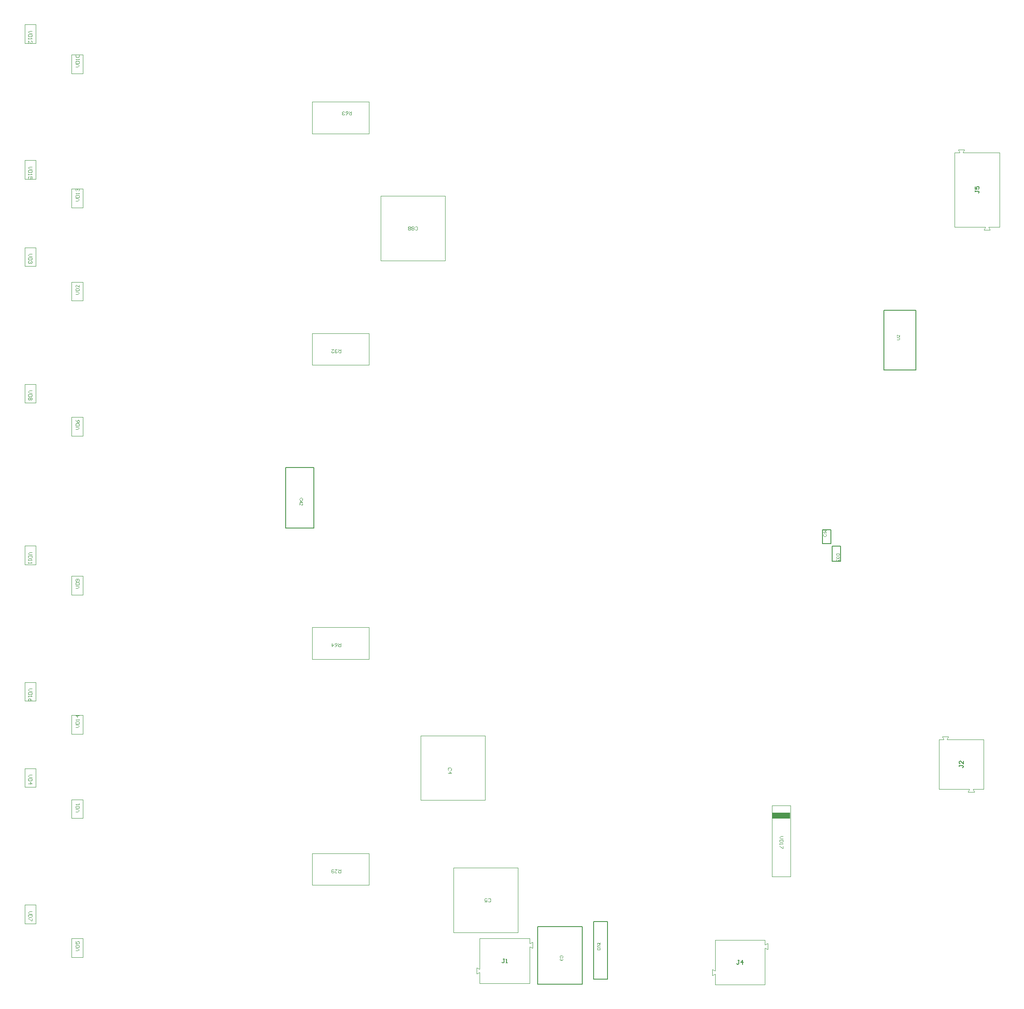
<source format=gbr>
%TF.GenerationSoftware,Altium Limited,Altium Designer,21.6.4 (81)*%
G04 Layer_Color=8388736*
%FSLAX43Y43*%
%MOMM*%
%TF.SameCoordinates,B094594F-E5AE-4C03-B854-EF891E02AD71*%
%TF.FilePolarity,Positive*%
%TF.FileFunction,Other,Top_Assembly*%
%TF.Part,Single*%
G01*
G75*
%TA.AperFunction,NonConductor*%
%ADD156C,0.200*%
%ADD158C,0.150*%
%ADD207C,0.100*%
%ADD226R,3.675X1.300*%
G36*
X224564Y132626D02*
X224563D01*
X224559D01*
X224554D01*
X224546Y132627D01*
X224538Y132628D01*
X224529Y132630D01*
X224520Y132632D01*
X224509Y132635D01*
X224508D01*
X224508Y132636D01*
X224502Y132638D01*
X224494Y132642D01*
X224483Y132647D01*
X224470Y132655D01*
X224455Y132664D01*
X224440Y132674D01*
X224424Y132687D01*
X224423D01*
X224422Y132689D01*
X224417Y132693D01*
X224409Y132702D01*
X224397Y132714D01*
X224383Y132728D01*
X224366Y132745D01*
X224348Y132766D01*
X224328Y132790D01*
X224327Y132791D01*
X224324Y132794D01*
X224320Y132800D01*
X224314Y132806D01*
X224307Y132815D01*
X224299Y132825D01*
X224289Y132835D01*
X224279Y132847D01*
X224257Y132870D01*
X224235Y132893D01*
X224224Y132904D01*
X224213Y132914D01*
X224202Y132924D01*
X224192Y132931D01*
X224191D01*
X224190Y132933D01*
X224188Y132935D01*
X224184Y132937D01*
X224174Y132943D01*
X224162Y132950D01*
X224147Y132957D01*
X224131Y132963D01*
X224114Y132967D01*
X224097Y132969D01*
X224096D01*
X224095D01*
X224090Y132968D01*
X224080Y132967D01*
X224070Y132964D01*
X224057Y132961D01*
X224044Y132954D01*
X224031Y132946D01*
X224018Y132935D01*
X224017Y132933D01*
X224013Y132928D01*
X224008Y132922D01*
X224002Y132912D01*
X223996Y132899D01*
X223991Y132884D01*
X223987Y132866D01*
X223986Y132847D01*
Y132841D01*
X223987Y132838D01*
X223988Y132827D01*
X223991Y132814D01*
X223994Y132800D01*
X224001Y132784D01*
X224009Y132769D01*
X224020Y132755D01*
X224022Y132754D01*
X224027Y132750D01*
X224034Y132744D01*
X224045Y132739D01*
X224058Y132732D01*
X224075Y132727D01*
X224093Y132723D01*
X224115Y132721D01*
X224106Y132641D01*
X224105D01*
X224103Y132642D01*
X224098D01*
X224091Y132643D01*
X224084Y132644D01*
X224076Y132646D01*
X224066Y132649D01*
X224055Y132652D01*
X224033Y132659D01*
X224011Y132670D01*
X224000Y132677D01*
X223989Y132685D01*
X223979Y132693D01*
X223969Y132703D01*
X223969Y132704D01*
X223968Y132705D01*
X223965Y132708D01*
X223962Y132713D01*
X223958Y132718D01*
X223955Y132725D01*
X223950Y132732D01*
X223945Y132742D01*
X223941Y132752D01*
X223936Y132763D01*
X223932Y132775D01*
X223929Y132788D01*
X223926Y132802D01*
X223923Y132816D01*
X223922Y132832D01*
X223921Y132849D01*
Y132858D01*
X223922Y132864D01*
X223923Y132872D01*
X223924Y132881D01*
X223926Y132891D01*
X223928Y132901D01*
X223934Y132926D01*
X223944Y132950D01*
X223949Y132962D01*
X223956Y132974D01*
X223964Y132985D01*
X223973Y132995D01*
X223974Y132996D01*
X223975Y132998D01*
X223979Y132999D01*
X223982Y133003D01*
X223987Y133008D01*
X223993Y133012D01*
X224000Y133017D01*
X224008Y133023D01*
X224026Y133032D01*
X224048Y133041D01*
X224059Y133045D01*
X224072Y133047D01*
X224085Y133048D01*
X224099Y133049D01*
X224101D01*
X224105D01*
X224113Y133048D01*
X224123Y133048D01*
X224134Y133046D01*
X224147Y133042D01*
X224161Y133038D01*
X224175Y133033D01*
X224177Y133032D01*
X224181Y133030D01*
X224189Y133026D01*
X224199Y133021D01*
X224210Y133013D01*
X224224Y133004D01*
X224238Y132993D01*
X224253Y132980D01*
X224255Y132978D01*
X224261Y132974D01*
X224265Y132969D01*
X224270Y132964D01*
X224275Y132959D01*
X224283Y132951D01*
X224290Y132944D01*
X224299Y132935D01*
X224308Y132926D01*
X224318Y132914D01*
X224328Y132902D01*
X224340Y132889D01*
X224352Y132875D01*
X224365Y132860D01*
X224366Y132859D01*
X224368Y132857D01*
X224371Y132853D01*
X224374Y132849D01*
X224380Y132843D01*
X224385Y132837D01*
X224398Y132822D01*
X224411Y132806D01*
X224425Y132791D01*
X224437Y132779D01*
X224442Y132773D01*
X224447Y132768D01*
X224447Y132767D01*
X224450Y132765D01*
X224454Y132761D01*
X224459Y132756D01*
X224466Y132752D01*
X224472Y132746D01*
X224488Y132735D01*
Y133050D01*
X224564D01*
Y132626D01*
D02*
G37*
G36*
X224318Y132527D02*
X224327D01*
X224338Y132526D01*
X224349Y132525D01*
X224374Y132522D01*
X224400Y132519D01*
X224425Y132513D01*
X224437Y132509D01*
X224448Y132506D01*
X224449D01*
X224451Y132505D01*
X224454Y132503D01*
X224458Y132501D01*
X224468Y132496D01*
X224481Y132487D01*
X224495Y132476D01*
X224510Y132463D01*
X224526Y132447D01*
X224540Y132426D01*
Y132425D01*
X224542Y132423D01*
X224543Y132421D01*
X224545Y132416D01*
X224548Y132411D01*
X224551Y132403D01*
X224554Y132396D01*
X224557Y132386D01*
X224561Y132376D01*
X224564Y132365D01*
X224567Y132353D01*
X224569Y132339D01*
X224571Y132325D01*
X224573Y132311D01*
X224575Y132277D01*
Y132269D01*
X224574Y132263D01*
Y132255D01*
X224573Y132246D01*
X224572Y132236D01*
X224571Y132226D01*
X224568Y132202D01*
X224562Y132178D01*
X224555Y132154D01*
X224544Y132130D01*
Y132129D01*
X224543Y132128D01*
X224541Y132125D01*
X224539Y132121D01*
X224532Y132111D01*
X224521Y132099D01*
X224508Y132085D01*
X224494Y132072D01*
X224475Y132059D01*
X224455Y132049D01*
X224454D01*
X224452Y132048D01*
X224448Y132047D01*
X224444Y132045D01*
X224438Y132043D01*
X224431Y132042D01*
X224422Y132039D01*
X224412Y132037D01*
X224401Y132035D01*
X224389Y132032D01*
X224376Y132031D01*
X224362Y132029D01*
X224347Y132027D01*
X224330Y132026D01*
X224312Y132025D01*
X224294D01*
X223924D01*
Y132110D01*
X224294D01*
X224295D01*
X224298D01*
X224302D01*
X224308D01*
X224314Y132111D01*
X224323D01*
X224340Y132112D01*
X224361Y132114D01*
X224381Y132117D01*
X224400Y132120D01*
X224409Y132122D01*
X224417Y132125D01*
X224419Y132126D01*
X224423Y132128D01*
X224430Y132132D01*
X224439Y132138D01*
X224448Y132144D01*
X224459Y132154D01*
X224469Y132165D01*
X224477Y132178D01*
X224478Y132179D01*
X224481Y132184D01*
X224483Y132192D01*
X224487Y132203D01*
X224492Y132216D01*
X224495Y132233D01*
X224497Y132251D01*
X224498Y132270D01*
Y132279D01*
X224497Y132285D01*
Y132293D01*
X224496Y132301D01*
X224493Y132322D01*
X224488Y132344D01*
X224481Y132365D01*
X224471Y132386D01*
X224464Y132395D01*
X224457Y132403D01*
X224456Y132404D01*
X224455Y132405D01*
X224452Y132407D01*
X224448Y132410D01*
X224443Y132412D01*
X224437Y132416D01*
X224429Y132420D01*
X224421Y132423D01*
X224410Y132427D01*
X224398Y132430D01*
X224385Y132434D01*
X224370Y132436D01*
X224353Y132439D01*
X224336Y132441D01*
X224315Y132443D01*
X224294D01*
X223924D01*
Y132528D01*
X224294D01*
X224295D01*
X224299D01*
X224303D01*
X224310D01*
X224318Y132527D01*
D02*
G37*
G36*
X212426Y88779D02*
X212425Y88762D01*
X212424Y88744D01*
X212422Y88725D01*
X212419Y88707D01*
X212417Y88691D01*
Y88690D01*
X212416Y88688D01*
Y88686D01*
X212414Y88682D01*
X212411Y88672D01*
X212406Y88659D01*
X212400Y88644D01*
X212392Y88628D01*
X212382Y88613D01*
X212370Y88598D01*
X212369Y88597D01*
X212369Y88596D01*
X212366Y88593D01*
X212363Y88590D01*
X212354Y88580D01*
X212341Y88569D01*
X212325Y88557D01*
X212307Y88544D01*
X212285Y88532D01*
X212261Y88522D01*
X212260D01*
X212259Y88521D01*
X212255Y88519D01*
X212249Y88518D01*
X212243Y88516D01*
X212235Y88514D01*
X212227Y88512D01*
X212217Y88509D01*
X212207Y88506D01*
X212195Y88504D01*
X212169Y88500D01*
X212140Y88497D01*
X212109Y88496D01*
X212108D01*
X212106D01*
X212101D01*
X212097D01*
X212090Y88497D01*
X212083D01*
X212065Y88498D01*
X212045Y88501D01*
X212024Y88504D01*
X212001Y88508D01*
X211979Y88514D01*
X211978D01*
X211977Y88515D01*
X211974Y88516D01*
X211970Y88517D01*
X211960Y88520D01*
X211947Y88526D01*
X211932Y88531D01*
X211917Y88539D01*
X211902Y88548D01*
X211887Y88557D01*
X211885Y88558D01*
X211880Y88562D01*
X211874Y88567D01*
X211866Y88575D01*
X211856Y88583D01*
X211847Y88593D01*
X211837Y88603D01*
X211829Y88615D01*
X211828Y88617D01*
X211825Y88621D01*
X211821Y88627D01*
X211817Y88637D01*
X211811Y88648D01*
X211806Y88661D01*
X211801Y88676D01*
X211796Y88692D01*
Y88694D01*
X211795Y88697D01*
X211794Y88700D01*
X211793Y88709D01*
X211792Y88722D01*
X211790Y88737D01*
X211788Y88754D01*
X211787Y88774D01*
X211786Y88795D01*
Y89025D01*
X212426D01*
Y88779D01*
D02*
G37*
G36*
X211965Y88333D02*
X211965D01*
X211963Y88332D01*
X211959Y88331D01*
X211954Y88330D01*
X211949Y88329D01*
X211942Y88327D01*
X211928Y88322D01*
X211912Y88316D01*
X211896Y88308D01*
X211881Y88298D01*
X211868Y88287D01*
X211867Y88285D01*
X211864Y88282D01*
X211859Y88274D01*
X211855Y88265D01*
X211849Y88254D01*
X211844Y88240D01*
X211841Y88224D01*
X211840Y88208D01*
Y88202D01*
X211841Y88198D01*
X211842Y88188D01*
X211844Y88175D01*
X211849Y88161D01*
X211855Y88145D01*
X211865Y88129D01*
X211878Y88114D01*
X211879Y88112D01*
X211885Y88108D01*
X211893Y88102D01*
X211904Y88095D01*
X211918Y88088D01*
X211934Y88082D01*
X211952Y88077D01*
X211973Y88075D01*
X211974D01*
X211976D01*
X211978D01*
X211982Y88076D01*
X211992Y88077D01*
X212004Y88080D01*
X212019Y88084D01*
X212034Y88090D01*
X212049Y88100D01*
X212063Y88112D01*
X212064Y88113D01*
X212068Y88118D01*
X212074Y88125D01*
X212080Y88136D01*
X212087Y88149D01*
X212092Y88164D01*
X212096Y88182D01*
X212098Y88201D01*
Y88210D01*
X212097Y88216D01*
X212096Y88224D01*
X212094Y88234D01*
X212092Y88245D01*
X212089Y88257D01*
X212159Y88247D01*
Y88243D01*
X212158Y88239D01*
Y88227D01*
X212160Y88217D01*
X212161Y88205D01*
X212164Y88191D01*
X212169Y88175D01*
X212175Y88161D01*
X212184Y88145D01*
Y88144D01*
X212185Y88143D01*
X212188Y88138D01*
X212195Y88132D01*
X212203Y88124D01*
X212215Y88117D01*
X212229Y88111D01*
X212245Y88106D01*
X212254Y88104D01*
X212264D01*
X212265D01*
X212266D01*
X212271D01*
X212279Y88106D01*
X212289Y88108D01*
X212300Y88112D01*
X212312Y88116D01*
X212324Y88124D01*
X212335Y88134D01*
X212336Y88135D01*
X212340Y88139D01*
X212345Y88146D01*
X212350Y88154D01*
X212355Y88165D01*
X212359Y88178D01*
X212363Y88193D01*
X212364Y88210D01*
Y88217D01*
X212362Y88225D01*
X212360Y88236D01*
X212357Y88248D01*
X212352Y88260D01*
X212345Y88273D01*
X212335Y88285D01*
X212334Y88286D01*
X212330Y88290D01*
X212323Y88296D01*
X212314Y88302D01*
X212302Y88308D01*
X212287Y88315D01*
X212270Y88320D01*
X212249Y88324D01*
X212263Y88403D01*
X212264D01*
X212267Y88402D01*
X212271Y88401D01*
X212276Y88400D01*
X212283Y88398D01*
X212290Y88395D01*
X212308Y88390D01*
X212328Y88381D01*
X212348Y88369D01*
X212368Y88356D01*
X212385Y88338D01*
X212386Y88337D01*
X212387Y88335D01*
X212389Y88333D01*
X212392Y88329D01*
X212395Y88324D01*
X212399Y88318D01*
X212403Y88311D01*
X212407Y88303D01*
X212415Y88284D01*
X212422Y88263D01*
X212427Y88238D01*
X212429Y88225D01*
Y88202D01*
X212428Y88192D01*
X212426Y88180D01*
X212423Y88165D01*
X212418Y88149D01*
X212413Y88132D01*
X212406Y88115D01*
Y88114D01*
X212405Y88113D01*
X212402Y88108D01*
X212396Y88100D01*
X212390Y88090D01*
X212381Y88079D01*
X212370Y88068D01*
X212358Y88057D01*
X212345Y88048D01*
X212343Y88047D01*
X212338Y88044D01*
X212330Y88040D01*
X212320Y88036D01*
X212308Y88031D01*
X212294Y88027D01*
X212278Y88025D01*
X212262Y88024D01*
X212260D01*
X212255D01*
X212247Y88025D01*
X212237Y88026D01*
X212225Y88029D01*
X212212Y88034D01*
X212199Y88039D01*
X212186Y88047D01*
X212185Y88048D01*
X212181Y88051D01*
X212174Y88056D01*
X212167Y88063D01*
X212159Y88073D01*
X212149Y88084D01*
X212141Y88097D01*
X212133Y88112D01*
Y88112D01*
X212132Y88110D01*
X212131Y88107D01*
X212130Y88103D01*
X212126Y88093D01*
X212121Y88080D01*
X212113Y88065D01*
X212104Y88051D01*
X212092Y88037D01*
X212078Y88024D01*
X212076Y88023D01*
X212071Y88019D01*
X212062Y88014D01*
X212050Y88008D01*
X212035Y88002D01*
X212017Y87997D01*
X211997Y87993D01*
X211975Y87992D01*
X211974D01*
X211971D01*
X211966D01*
X211961Y87993D01*
X211953Y87994D01*
X211945Y87996D01*
X211936Y87998D01*
X211926Y88000D01*
X211904Y88007D01*
X211891Y88013D01*
X211880Y88018D01*
X211868Y88026D01*
X211856Y88034D01*
X211844Y88043D01*
X211833Y88054D01*
X211832Y88055D01*
X211830Y88057D01*
X211828Y88061D01*
X211824Y88065D01*
X211819Y88071D01*
X211815Y88078D01*
X211809Y88087D01*
X211805Y88097D01*
X211799Y88107D01*
X211793Y88119D01*
X211789Y88131D01*
X211784Y88145D01*
X211781Y88160D01*
X211778Y88175D01*
X211776Y88191D01*
X211775Y88209D01*
Y88217D01*
X211776Y88222D01*
X211777Y88230D01*
X211778Y88238D01*
X211780Y88247D01*
X211781Y88258D01*
X211787Y88280D01*
X211796Y88303D01*
X211802Y88315D01*
X211808Y88326D01*
X211817Y88337D01*
X211825Y88348D01*
X211826Y88349D01*
X211828Y88351D01*
X211830Y88354D01*
X211834Y88357D01*
X211839Y88361D01*
X211845Y88366D01*
X211852Y88371D01*
X211860Y88377D01*
X211869Y88382D01*
X211879Y88388D01*
X211901Y88398D01*
X211927Y88406D01*
X211940Y88409D01*
X211955Y88411D01*
X211965Y88333D01*
D02*
G37*
G36*
Y87835D02*
X211965D01*
X211963Y87834D01*
X211959Y87833D01*
X211954Y87832D01*
X211949Y87831D01*
X211942Y87830D01*
X211928Y87825D01*
X211912Y87818D01*
X211896Y87810D01*
X211881Y87801D01*
X211868Y87790D01*
X211867Y87788D01*
X211864Y87784D01*
X211859Y87777D01*
X211855Y87768D01*
X211849Y87757D01*
X211844Y87743D01*
X211841Y87727D01*
X211840Y87710D01*
Y87705D01*
X211841Y87701D01*
X211842Y87691D01*
X211844Y87678D01*
X211849Y87663D01*
X211855Y87647D01*
X211865Y87632D01*
X211878Y87617D01*
X211879Y87615D01*
X211885Y87610D01*
X211893Y87605D01*
X211904Y87597D01*
X211918Y87590D01*
X211934Y87585D01*
X211952Y87580D01*
X211973Y87578D01*
X211974D01*
X211976D01*
X211978D01*
X211982Y87579D01*
X211992Y87580D01*
X212004Y87583D01*
X212019Y87586D01*
X212034Y87593D01*
X212049Y87602D01*
X212063Y87614D01*
X212064Y87616D01*
X212068Y87621D01*
X212074Y87628D01*
X212080Y87638D01*
X212087Y87651D01*
X212092Y87667D01*
X212096Y87684D01*
X212098Y87704D01*
Y87712D01*
X212097Y87719D01*
X212096Y87727D01*
X212094Y87736D01*
X212092Y87747D01*
X212089Y87759D01*
X212159Y87750D01*
Y87745D01*
X212158Y87742D01*
Y87730D01*
X212160Y87720D01*
X212161Y87708D01*
X212164Y87694D01*
X212169Y87678D01*
X212175Y87663D01*
X212184Y87647D01*
Y87646D01*
X212185Y87646D01*
X212188Y87641D01*
X212195Y87634D01*
X212203Y87627D01*
X212215Y87620D01*
X212229Y87613D01*
X212245Y87609D01*
X212254Y87607D01*
X212264D01*
X212265D01*
X212266D01*
X212271D01*
X212279Y87609D01*
X212289Y87610D01*
X212300Y87614D01*
X212312Y87619D01*
X212324Y87626D01*
X212335Y87636D01*
X212336Y87637D01*
X212340Y87642D01*
X212345Y87648D01*
X212350Y87657D01*
X212355Y87668D01*
X212359Y87681D01*
X212363Y87695D01*
X212364Y87712D01*
Y87720D01*
X212362Y87728D01*
X212360Y87739D01*
X212357Y87751D01*
X212352Y87763D01*
X212345Y87776D01*
X212335Y87788D01*
X212334Y87789D01*
X212330Y87793D01*
X212323Y87798D01*
X212314Y87805D01*
X212302Y87811D01*
X212287Y87818D01*
X212270Y87823D01*
X212249Y87827D01*
X212263Y87905D01*
X212264D01*
X212267Y87904D01*
X212271Y87904D01*
X212276Y87903D01*
X212283Y87901D01*
X212290Y87898D01*
X212308Y87892D01*
X212328Y87883D01*
X212348Y87872D01*
X212368Y87858D01*
X212385Y87841D01*
X212386Y87840D01*
X212387Y87838D01*
X212389Y87835D01*
X212392Y87831D01*
X212395Y87827D01*
X212399Y87820D01*
X212403Y87814D01*
X212407Y87806D01*
X212415Y87787D01*
X212422Y87766D01*
X212427Y87741D01*
X212429Y87728D01*
Y87705D01*
X212428Y87695D01*
X212426Y87683D01*
X212423Y87668D01*
X212418Y87651D01*
X212413Y87634D01*
X212406Y87618D01*
Y87617D01*
X212405Y87616D01*
X212402Y87610D01*
X212396Y87602D01*
X212390Y87593D01*
X212381Y87582D01*
X212370Y87571D01*
X212358Y87560D01*
X212345Y87550D01*
X212343Y87549D01*
X212338Y87547D01*
X212330Y87543D01*
X212320Y87538D01*
X212308Y87534D01*
X212294Y87530D01*
X212278Y87527D01*
X212262Y87526D01*
X212260D01*
X212255D01*
X212247Y87527D01*
X212237Y87529D01*
X212225Y87532D01*
X212212Y87536D01*
X212199Y87542D01*
X212186Y87549D01*
X212185Y87550D01*
X212181Y87553D01*
X212174Y87559D01*
X212167Y87566D01*
X212159Y87575D01*
X212149Y87586D01*
X212141Y87599D01*
X212133Y87615D01*
Y87614D01*
X212132Y87612D01*
X212131Y87610D01*
X212130Y87606D01*
X212126Y87596D01*
X212121Y87583D01*
X212113Y87568D01*
X212104Y87553D01*
X212092Y87539D01*
X212078Y87526D01*
X212076Y87525D01*
X212071Y87522D01*
X212062Y87516D01*
X212050Y87511D01*
X212035Y87505D01*
X212017Y87499D01*
X211997Y87496D01*
X211975Y87495D01*
X211974D01*
X211971D01*
X211966D01*
X211961Y87496D01*
X211953Y87497D01*
X211945Y87499D01*
X211936Y87500D01*
X211926Y87502D01*
X211904Y87510D01*
X211891Y87515D01*
X211880Y87521D01*
X211868Y87528D01*
X211856Y87536D01*
X211844Y87546D01*
X211833Y87557D01*
X211832Y87558D01*
X211830Y87560D01*
X211828Y87563D01*
X211824Y87568D01*
X211819Y87573D01*
X211815Y87581D01*
X211809Y87589D01*
X211805Y87599D01*
X211799Y87610D01*
X211793Y87622D01*
X211789Y87634D01*
X211784Y87647D01*
X211781Y87662D01*
X211778Y87678D01*
X211776Y87694D01*
X211775Y87711D01*
Y87720D01*
X211776Y87725D01*
X211777Y87732D01*
X211778Y87741D01*
X211780Y87750D01*
X211781Y87760D01*
X211787Y87782D01*
X211796Y87806D01*
X211802Y87818D01*
X211808Y87829D01*
X211817Y87840D01*
X211825Y87851D01*
X211826Y87852D01*
X211828Y87854D01*
X211830Y87856D01*
X211834Y87859D01*
X211839Y87864D01*
X211845Y87868D01*
X211852Y87874D01*
X211860Y87879D01*
X211869Y87885D01*
X211879Y87891D01*
X211901Y87901D01*
X211927Y87909D01*
X211940Y87912D01*
X211955Y87914D01*
X211965Y87835D01*
D02*
G37*
G36*
X164289Y10224D02*
X164288D01*
X164284D01*
X164279D01*
X164271Y10225D01*
X164263Y10226D01*
X164254Y10228D01*
X164245Y10230D01*
X164234Y10234D01*
X164233D01*
X164233Y10234D01*
X164227Y10236D01*
X164219Y10240D01*
X164208Y10246D01*
X164195Y10253D01*
X164180Y10262D01*
X164165Y10272D01*
X164149Y10285D01*
X164148D01*
X164147Y10287D01*
X164142Y10292D01*
X164134Y10300D01*
X164122Y10312D01*
X164108Y10326D01*
X164091Y10344D01*
X164073Y10365D01*
X164053Y10388D01*
X164052Y10389D01*
X164049Y10393D01*
X164045Y10398D01*
X164039Y10405D01*
X164032Y10413D01*
X164024Y10423D01*
X164014Y10433D01*
X164004Y10445D01*
X163982Y10468D01*
X163960Y10491D01*
X163949Y10503D01*
X163938Y10513D01*
X163927Y10522D01*
X163917Y10529D01*
X163916D01*
X163915Y10531D01*
X163913Y10533D01*
X163909Y10535D01*
X163899Y10541D01*
X163887Y10549D01*
X163872Y10555D01*
X163856Y10562D01*
X163839Y10565D01*
X163822Y10567D01*
X163821D01*
X163820D01*
X163815Y10566D01*
X163805Y10565D01*
X163795Y10563D01*
X163782Y10559D01*
X163769Y10553D01*
X163756Y10544D01*
X163743Y10533D01*
X163742Y10531D01*
X163738Y10527D01*
X163733Y10520D01*
X163727Y10510D01*
X163721Y10497D01*
X163716Y10482D01*
X163712Y10465D01*
X163711Y10445D01*
Y10440D01*
X163712Y10436D01*
X163713Y10425D01*
X163716Y10412D01*
X163719Y10398D01*
X163726Y10382D01*
X163734Y10368D01*
X163745Y10354D01*
X163747Y10352D01*
X163752Y10348D01*
X163759Y10343D01*
X163770Y10337D01*
X163783Y10331D01*
X163800Y10325D01*
X163818Y10321D01*
X163840Y10320D01*
X163831Y10239D01*
X163830D01*
X163828Y10240D01*
X163823D01*
X163816Y10241D01*
X163809Y10243D01*
X163801Y10245D01*
X163791Y10247D01*
X163780Y10250D01*
X163758Y10258D01*
X163736Y10269D01*
X163725Y10275D01*
X163714Y10283D01*
X163704Y10292D01*
X163694Y10301D01*
X163693Y10302D01*
X163693Y10304D01*
X163690Y10307D01*
X163687Y10311D01*
X163683Y10317D01*
X163680Y10323D01*
X163675Y10331D01*
X163670Y10340D01*
X163666Y10350D01*
X163661Y10361D01*
X163657Y10373D01*
X163654Y10386D01*
X163651Y10400D01*
X163648Y10415D01*
X163647Y10430D01*
X163646Y10447D01*
Y10456D01*
X163647Y10463D01*
X163648Y10470D01*
X163649Y10479D01*
X163651Y10490D01*
X163653Y10500D01*
X163659Y10524D01*
X163669Y10548D01*
X163674Y10560D01*
X163681Y10572D01*
X163689Y10583D01*
X163698Y10593D01*
X163699Y10594D01*
X163700Y10596D01*
X163704Y10598D01*
X163707Y10602D01*
X163712Y10606D01*
X163718Y10611D01*
X163725Y10615D01*
X163733Y10621D01*
X163751Y10630D01*
X163773Y10639D01*
X163784Y10643D01*
X163797Y10645D01*
X163810Y10647D01*
X163824Y10648D01*
X163826D01*
X163830D01*
X163838Y10647D01*
X163848Y10646D01*
X163859Y10644D01*
X163872Y10640D01*
X163886Y10637D01*
X163900Y10631D01*
X163902Y10630D01*
X163906Y10628D01*
X163914Y10625D01*
X163924Y10619D01*
X163935Y10612D01*
X163949Y10602D01*
X163963Y10591D01*
X163978Y10578D01*
X163980Y10577D01*
X163986Y10572D01*
X163990Y10567D01*
X163995Y10563D01*
X164000Y10557D01*
X164008Y10550D01*
X164015Y10542D01*
X164024Y10533D01*
X164033Y10524D01*
X164043Y10513D01*
X164053Y10501D01*
X164065Y10488D01*
X164077Y10473D01*
X164090Y10458D01*
X164091Y10457D01*
X164093Y10455D01*
X164096Y10452D01*
X164099Y10447D01*
X164105Y10442D01*
X164110Y10435D01*
X164122Y10420D01*
X164136Y10405D01*
X164150Y10390D01*
X164162Y10377D01*
X164167Y10371D01*
X164171Y10367D01*
X164172Y10366D01*
X164175Y10363D01*
X164179Y10359D01*
X164184Y10355D01*
X164191Y10350D01*
X164197Y10344D01*
X164213Y10333D01*
Y10649D01*
X164289D01*
Y10224D01*
D02*
G37*
G36*
X164114Y10157D02*
X164122Y10156D01*
X164130Y10154D01*
X164139Y10152D01*
X164149Y10150D01*
X164171Y10143D01*
X164184Y10137D01*
X164195Y10132D01*
X164207Y10124D01*
X164219Y10116D01*
X164231Y10107D01*
X164242Y10096D01*
X164243Y10095D01*
X164245Y10093D01*
X164247Y10089D01*
X164251Y10085D01*
X164256Y10079D01*
X164260Y10072D01*
X164266Y10063D01*
X164270Y10053D01*
X164276Y10043D01*
X164282Y10031D01*
X164286Y10019D01*
X164291Y10005D01*
X164294Y9990D01*
X164297Y9975D01*
X164299Y9959D01*
X164300Y9941D01*
Y9933D01*
X164299Y9927D01*
X164298Y9920D01*
X164297Y9912D01*
X164295Y9903D01*
X164294Y9892D01*
X164288Y9870D01*
X164279Y9847D01*
X164273Y9835D01*
X164267Y9824D01*
X164258Y9813D01*
X164250Y9802D01*
X164249Y9801D01*
X164247Y9799D01*
X164245Y9796D01*
X164241Y9793D01*
X164236Y9789D01*
X164230Y9784D01*
X164223Y9779D01*
X164215Y9773D01*
X164206Y9768D01*
X164196Y9762D01*
X164174Y9752D01*
X164148Y9744D01*
X164135Y9741D01*
X164120Y9739D01*
X164110Y9817D01*
X164110D01*
X164112Y9818D01*
X164116Y9819D01*
X164121Y9820D01*
X164126Y9821D01*
X164133Y9823D01*
X164147Y9828D01*
X164163Y9834D01*
X164179Y9842D01*
X164194Y9852D01*
X164207Y9863D01*
X164208Y9865D01*
X164211Y9868D01*
X164216Y9876D01*
X164221Y9885D01*
X164226Y9896D01*
X164231Y9910D01*
X164234Y9926D01*
X164235Y9942D01*
Y9948D01*
X164234Y9952D01*
X164233Y9962D01*
X164231Y9975D01*
X164226Y9989D01*
X164220Y10005D01*
X164210Y10021D01*
X164197Y10036D01*
X164196Y10038D01*
X164190Y10042D01*
X164182Y10048D01*
X164171Y10055D01*
X164157Y10062D01*
X164141Y10068D01*
X164122Y10073D01*
X164102Y10075D01*
X164101D01*
X164099D01*
X164097D01*
X164093Y10074D01*
X164083Y10073D01*
X164071Y10070D01*
X164056Y10066D01*
X164041Y10060D01*
X164026Y10050D01*
X164012Y10038D01*
X164011Y10037D01*
X164007Y10032D01*
X164001Y10025D01*
X163995Y10014D01*
X163988Y10001D01*
X163983Y9986D01*
X163979Y9968D01*
X163977Y9949D01*
Y9940D01*
X163978Y9934D01*
X163979Y9926D01*
X163981Y9916D01*
X163983Y9905D01*
X163986Y9893D01*
X163916Y9903D01*
Y9907D01*
X163917Y9911D01*
Y9923D01*
X163915Y9933D01*
X163914Y9945D01*
X163911Y9959D01*
X163906Y9975D01*
X163900Y9989D01*
X163891Y10005D01*
Y10006D01*
X163890Y10007D01*
X163887Y10012D01*
X163880Y10018D01*
X163872Y10026D01*
X163860Y10033D01*
X163846Y10039D01*
X163830Y10044D01*
X163821Y10046D01*
X163811D01*
X163810D01*
X163809D01*
X163804D01*
X163796Y10044D01*
X163786Y10042D01*
X163775Y10038D01*
X163763Y10034D01*
X163751Y10026D01*
X163740Y10016D01*
X163739Y10015D01*
X163735Y10011D01*
X163730Y10004D01*
X163725Y9996D01*
X163720Y9985D01*
X163716Y9972D01*
X163712Y9957D01*
X163711Y9940D01*
Y9933D01*
X163713Y9925D01*
X163715Y9914D01*
X163718Y9902D01*
X163723Y9890D01*
X163730Y9877D01*
X163740Y9865D01*
X163741Y9864D01*
X163745Y9860D01*
X163752Y9854D01*
X163761Y9848D01*
X163773Y9842D01*
X163788Y9835D01*
X163805Y9830D01*
X163826Y9826D01*
X163812Y9747D01*
X163811D01*
X163808Y9748D01*
X163804Y9749D01*
X163799Y9750D01*
X163792Y9752D01*
X163785Y9755D01*
X163767Y9760D01*
X163747Y9769D01*
X163727Y9781D01*
X163707Y9794D01*
X163690Y9812D01*
X163689Y9813D01*
X163688Y9815D01*
X163686Y9817D01*
X163683Y9821D01*
X163680Y9826D01*
X163676Y9832D01*
X163672Y9839D01*
X163668Y9847D01*
X163660Y9866D01*
X163653Y9887D01*
X163648Y9912D01*
X163646Y9925D01*
Y9948D01*
X163647Y9958D01*
X163649Y9970D01*
X163652Y9985D01*
X163657Y10001D01*
X163662Y10018D01*
X163669Y10035D01*
Y10036D01*
X163670Y10037D01*
X163673Y10042D01*
X163679Y10050D01*
X163685Y10060D01*
X163694Y10071D01*
X163705Y10082D01*
X163717Y10093D01*
X163730Y10102D01*
X163732Y10103D01*
X163737Y10106D01*
X163745Y10110D01*
X163755Y10114D01*
X163767Y10119D01*
X163781Y10123D01*
X163797Y10125D01*
X163813Y10126D01*
X163815D01*
X163820D01*
X163828Y10125D01*
X163838Y10124D01*
X163850Y10121D01*
X163863Y10116D01*
X163876Y10111D01*
X163889Y10103D01*
X163890Y10102D01*
X163894Y10099D01*
X163901Y10094D01*
X163908Y10087D01*
X163916Y10077D01*
X163926Y10066D01*
X163934Y10053D01*
X163942Y10038D01*
Y10038D01*
X163943Y10040D01*
X163944Y10043D01*
X163945Y10047D01*
X163949Y10057D01*
X163954Y10070D01*
X163962Y10085D01*
X163971Y10099D01*
X163983Y10113D01*
X163997Y10126D01*
X163999Y10127D01*
X164004Y10131D01*
X164013Y10136D01*
X164025Y10142D01*
X164040Y10148D01*
X164058Y10153D01*
X164078Y10157D01*
X164100Y10158D01*
X164101D01*
X164104D01*
X164109D01*
X164114Y10157D01*
D02*
G37*
G36*
X163985Y9653D02*
X163992D01*
X164010Y9652D01*
X164030Y9649D01*
X164051Y9646D01*
X164073Y9642D01*
X164096Y9636D01*
X164097D01*
X164098Y9635D01*
X164101Y9634D01*
X164105Y9633D01*
X164115Y9630D01*
X164128Y9624D01*
X164143Y9619D01*
X164158Y9611D01*
X164173Y9602D01*
X164188Y9593D01*
X164190Y9592D01*
X164195Y9588D01*
X164201Y9583D01*
X164209Y9575D01*
X164219Y9567D01*
X164228Y9557D01*
X164238Y9547D01*
X164246Y9535D01*
X164247Y9533D01*
X164250Y9529D01*
X164254Y9523D01*
X164258Y9513D01*
X164264Y9502D01*
X164269Y9489D01*
X164274Y9474D01*
X164279Y9458D01*
Y9456D01*
X164280Y9453D01*
X164281Y9450D01*
X164282Y9441D01*
X164283Y9428D01*
X164285Y9413D01*
X164287Y9396D01*
X164288Y9376D01*
X164289Y9355D01*
Y9125D01*
X163649D01*
Y9371D01*
X163650Y9388D01*
X163651Y9406D01*
X163653Y9425D01*
X163656Y9443D01*
X163658Y9459D01*
Y9460D01*
X163659Y9462D01*
Y9464D01*
X163661Y9468D01*
X163664Y9478D01*
X163669Y9491D01*
X163675Y9506D01*
X163683Y9522D01*
X163693Y9537D01*
X163705Y9552D01*
X163706Y9553D01*
X163706Y9554D01*
X163709Y9557D01*
X163712Y9560D01*
X163721Y9570D01*
X163734Y9581D01*
X163750Y9593D01*
X163768Y9606D01*
X163790Y9618D01*
X163814Y9628D01*
X163815D01*
X163816Y9629D01*
X163820Y9631D01*
X163826Y9632D01*
X163832Y9634D01*
X163840Y9636D01*
X163848Y9638D01*
X163858Y9641D01*
X163868Y9644D01*
X163880Y9646D01*
X163906Y9650D01*
X163935Y9653D01*
X163966Y9654D01*
X163967D01*
X163969D01*
X163974D01*
X163978D01*
X163985Y9653D01*
D02*
G37*
G36*
X209487Y93955D02*
X209499D01*
X209512Y93954D01*
X209526Y93952D01*
X209558Y93950D01*
X209591Y93945D01*
X209622Y93938D01*
X209638Y93934D01*
X209652Y93929D01*
X209653D01*
X209655Y93928D01*
X209659Y93926D01*
X209664Y93925D01*
X209670Y93922D01*
X209677Y93918D01*
X209693Y93909D01*
X209710Y93898D01*
X209729Y93885D01*
X209746Y93868D01*
X209762Y93850D01*
Y93849D01*
X209764Y93847D01*
X209766Y93844D01*
X209768Y93840D01*
X209770Y93835D01*
X209774Y93829D01*
X209778Y93822D01*
X209781Y93815D01*
X209788Y93797D01*
X209794Y93776D01*
X209798Y93753D01*
X209800Y93727D01*
Y93719D01*
X209799Y93715D01*
Y93708D01*
X209798Y93701D01*
X209794Y93683D01*
X209790Y93664D01*
X209782Y93644D01*
X209772Y93623D01*
X209766Y93613D01*
X209758Y93604D01*
X209757Y93603D01*
X209757Y93602D01*
X209754Y93599D01*
X209751Y93596D01*
X209746Y93593D01*
X209741Y93588D01*
X209728Y93579D01*
X209711Y93570D01*
X209691Y93560D01*
X209668Y93553D01*
X209641Y93547D01*
X209635Y93623D01*
X209635D01*
X209637Y93624D01*
X209639D01*
X209643Y93625D01*
X209653Y93628D01*
X209664Y93632D01*
X209677Y93636D01*
X209690Y93643D01*
X209702Y93650D01*
X209712Y93659D01*
X209713Y93660D01*
X209716Y93664D01*
X209720Y93670D01*
X209723Y93678D01*
X209728Y93688D01*
X209732Y93700D01*
X209734Y93714D01*
X209735Y93729D01*
Y93735D01*
X209734Y93742D01*
X209733Y93750D01*
X209732Y93760D01*
X209729Y93770D01*
X209725Y93781D01*
X209720Y93791D01*
X209719Y93792D01*
X209717Y93796D01*
X209713Y93802D01*
X209708Y93807D01*
X209701Y93815D01*
X209694Y93822D01*
X209685Y93829D01*
X209675Y93837D01*
X209674Y93838D01*
X209670Y93840D01*
X209663Y93843D01*
X209655Y93847D01*
X209644Y93852D01*
X209631Y93856D01*
X209616Y93861D01*
X209599Y93865D01*
X209598D01*
X209598Y93866D01*
X209595D01*
X209591Y93867D01*
X209582Y93869D01*
X209570Y93872D01*
X209555Y93874D01*
X209539Y93876D01*
X209522Y93877D01*
X209503Y93877D01*
X209502D01*
X209500D01*
X209495D01*
X209488D01*
X209489Y93877D01*
X209494Y93873D01*
X209500Y93867D01*
X209510Y93861D01*
X209519Y93852D01*
X209529Y93840D01*
X209539Y93828D01*
X209549Y93813D01*
X209549Y93811D01*
X209552Y93805D01*
X209556Y93797D01*
X209560Y93787D01*
X209564Y93773D01*
X209568Y93758D01*
X209571Y93742D01*
X209572Y93724D01*
Y93717D01*
X209571Y93711D01*
X209570Y93704D01*
X209569Y93696D01*
X209567Y93687D01*
X209564Y93678D01*
X209558Y93656D01*
X209553Y93645D01*
X209548Y93634D01*
X209541Y93622D01*
X209533Y93611D01*
X209524Y93600D01*
X209514Y93590D01*
X209513Y93589D01*
X209512Y93587D01*
X209509Y93585D01*
X209504Y93582D01*
X209498Y93577D01*
X209491Y93572D01*
X209483Y93568D01*
X209474Y93563D01*
X209463Y93558D01*
X209452Y93553D01*
X209439Y93548D01*
X209426Y93544D01*
X209412Y93540D01*
X209396Y93538D01*
X209380Y93536D01*
X209363Y93535D01*
X209362D01*
X209358D01*
X209353D01*
X209347Y93536D01*
X209339Y93537D01*
X209328Y93538D01*
X209318Y93540D01*
X209306Y93543D01*
X209282Y93549D01*
X209269Y93554D01*
X209255Y93559D01*
X209242Y93566D01*
X209230Y93574D01*
X209218Y93582D01*
X209206Y93593D01*
X209206Y93594D01*
X209204Y93595D01*
X209201Y93598D01*
X209197Y93603D01*
X209193Y93608D01*
X209187Y93616D01*
X209182Y93623D01*
X209176Y93632D01*
X209170Y93642D01*
X209166Y93653D01*
X209156Y93678D01*
X209152Y93691D01*
X209149Y93705D01*
X209147Y93720D01*
X209146Y93736D01*
Y93742D01*
X209147Y93747D01*
Y93752D01*
X209148Y93758D01*
X209151Y93774D01*
X209155Y93791D01*
X209161Y93811D01*
X209169Y93830D01*
X209181Y93850D01*
Y93851D01*
X209182Y93852D01*
X209184Y93854D01*
X209187Y93858D01*
X209194Y93867D01*
X209205Y93879D01*
X209218Y93891D01*
X209235Y93905D01*
X209255Y93917D01*
X209277Y93928D01*
X209278D01*
X209279Y93929D01*
X209283Y93931D01*
X209288Y93933D01*
X209294Y93935D01*
X209303Y93938D01*
X209312Y93939D01*
X209322Y93942D01*
X209334Y93945D01*
X209348Y93948D01*
X209363Y93950D01*
X209378Y93951D01*
X209396Y93953D01*
X209414Y93955D01*
X209435Y93956D01*
X209456D01*
X209457D01*
X209462D01*
X209468D01*
X209476D01*
X209487Y93955D01*
D02*
G37*
G36*
X209587Y93461D02*
X209595Y93460D01*
X209603Y93460D01*
X209613Y93458D01*
X209623Y93456D01*
X209647Y93450D01*
X209672Y93441D01*
X209685Y93435D01*
X209697Y93428D01*
X209710Y93421D01*
X209722Y93411D01*
X209723Y93411D01*
X209726Y93409D01*
X209730Y93405D01*
X209734Y93400D01*
X209740Y93394D01*
X209747Y93386D01*
X209754Y93377D01*
X209761Y93367D01*
X209769Y93356D01*
X209775Y93343D01*
X209782Y93329D01*
X209788Y93314D01*
X209793Y93299D01*
X209796Y93281D01*
X209799Y93263D01*
X209800Y93243D01*
Y93235D01*
X209799Y93228D01*
X209798Y93221D01*
X209797Y93213D01*
X209796Y93202D01*
X209794Y93192D01*
X209788Y93169D01*
X209780Y93146D01*
X209774Y93134D01*
X209768Y93122D01*
X209760Y93111D01*
X209752Y93100D01*
X209751Y93099D01*
X209750Y93097D01*
X209746Y93095D01*
X209743Y93092D01*
X209738Y93087D01*
X209733Y93082D01*
X209725Y93077D01*
X209717Y93072D01*
X209708Y93067D01*
X209698Y93061D01*
X209676Y93051D01*
X209650Y93043D01*
X209636Y93040D01*
X209622Y93038D01*
X209615Y93120D01*
X209616D01*
X209618D01*
X209621Y93121D01*
X209625Y93122D01*
X209635Y93125D01*
X209649Y93129D01*
X209663Y93134D01*
X209679Y93141D01*
X209693Y93151D01*
X209706Y93162D01*
X209707Y93164D01*
X209710Y93167D01*
X209715Y93175D01*
X209721Y93185D01*
X209726Y93196D01*
X209731Y93210D01*
X209734Y93226D01*
X209735Y93243D01*
Y93249D01*
X209734Y93252D01*
X209733Y93264D01*
X209730Y93276D01*
X209725Y93292D01*
X209718Y93308D01*
X209707Y93325D01*
X209700Y93332D01*
X209693Y93339D01*
X209692Y93340D01*
X209691Y93341D01*
X209688Y93343D01*
X209685Y93346D01*
X209675Y93352D01*
X209662Y93360D01*
X209647Y93366D01*
X209627Y93373D01*
X209604Y93377D01*
X209592Y93379D01*
X209579D01*
X209578D01*
X209576D01*
X209573D01*
X209568Y93378D01*
X209562D01*
X209556Y93377D01*
X209541Y93374D01*
X209524Y93370D01*
X209506Y93363D01*
X209489Y93354D01*
X209474Y93341D01*
X209473D01*
X209472Y93339D01*
X209467Y93335D01*
X209461Y93326D01*
X209453Y93315D01*
X209447Y93301D01*
X209440Y93284D01*
X209436Y93264D01*
X209434Y93253D01*
Y93236D01*
X209435Y93228D01*
X209436Y93219D01*
X209439Y93208D01*
X209441Y93197D01*
X209446Y93185D01*
X209451Y93173D01*
X209452Y93172D01*
X209454Y93168D01*
X209459Y93163D01*
X209463Y93155D01*
X209470Y93148D01*
X209478Y93141D01*
X209487Y93132D01*
X209497Y93126D01*
X209487Y93052D01*
X209157Y93114D01*
Y93432D01*
X209232D01*
Y93176D01*
X209405Y93141D01*
X209404Y93142D01*
X209403Y93144D01*
X209402Y93147D01*
X209399Y93152D01*
X209396Y93157D01*
X209392Y93164D01*
X209385Y93178D01*
X209377Y93197D01*
X209371Y93217D01*
X209366Y93239D01*
X209365Y93251D01*
Y93271D01*
X209365Y93276D01*
X209366Y93284D01*
X209367Y93292D01*
X209369Y93301D01*
X209372Y93312D01*
X209378Y93334D01*
X209383Y93346D01*
X209390Y93358D01*
X209396Y93370D01*
X209403Y93382D01*
X209413Y93393D01*
X209423Y93404D01*
X209424Y93405D01*
X209426Y93407D01*
X209428Y93410D01*
X209433Y93413D01*
X209439Y93418D01*
X209446Y93423D01*
X209454Y93428D01*
X209463Y93434D01*
X209474Y93438D01*
X209485Y93444D01*
X209498Y93448D01*
X209511Y93453D01*
X209524Y93457D01*
X209540Y93460D01*
X209556Y93461D01*
X209573Y93462D01*
X209573D01*
X209576D01*
X209581D01*
X209587Y93461D01*
D02*
G37*
G36*
X209591Y92965D02*
X209597Y92963D01*
X209604Y92960D01*
X209612Y92957D01*
X209622Y92954D01*
X209634Y92949D01*
X209646Y92944D01*
X209671Y92931D01*
X209697Y92914D01*
X209710Y92904D01*
X209723Y92894D01*
X209734Y92883D01*
X209745Y92870D01*
X209746Y92869D01*
X209748Y92867D01*
X209750Y92862D01*
X209754Y92858D01*
X209758Y92850D01*
X209763Y92843D01*
X209768Y92833D01*
X209772Y92823D01*
X209778Y92810D01*
X209782Y92798D01*
X209787Y92784D01*
X209792Y92769D01*
X209795Y92753D01*
X209797Y92737D01*
X209799Y92719D01*
X209800Y92700D01*
Y92690D01*
X209799Y92683D01*
Y92675D01*
X209798Y92664D01*
X209796Y92653D01*
X209794Y92640D01*
X209790Y92614D01*
X209782Y92586D01*
X209772Y92558D01*
X209766Y92545D01*
X209758Y92532D01*
X209757Y92531D01*
X209757Y92529D01*
X209754Y92526D01*
X209750Y92522D01*
X209746Y92516D01*
X209741Y92510D01*
X209734Y92503D01*
X209727Y92495D01*
X209719Y92488D01*
X209710Y92479D01*
X209689Y92463D01*
X209664Y92447D01*
X209636Y92433D01*
X209635D01*
X209633Y92431D01*
X209628Y92430D01*
X209622Y92428D01*
X209615Y92426D01*
X209606Y92423D01*
X209596Y92419D01*
X209585Y92417D01*
X209573Y92414D01*
X209559Y92410D01*
X209530Y92406D01*
X209498Y92402D01*
X209464Y92400D01*
X209463D01*
X209460D01*
X209454D01*
X209448Y92401D01*
X209439D01*
X209429Y92402D01*
X209417Y92403D01*
X209405Y92405D01*
X209378Y92409D01*
X209349Y92416D01*
X209319Y92425D01*
X209291Y92438D01*
X209290Y92439D01*
X209287Y92440D01*
X209283Y92442D01*
X209279Y92445D01*
X209272Y92449D01*
X209265Y92454D01*
X209248Y92466D01*
X209230Y92481D01*
X209211Y92500D01*
X209193Y92521D01*
X209177Y92546D01*
X209176Y92547D01*
X209175Y92550D01*
X209173Y92553D01*
X209170Y92558D01*
X209168Y92565D01*
X209165Y92573D01*
X209161Y92582D01*
X209157Y92592D01*
X209154Y92603D01*
X209150Y92615D01*
X209145Y92641D01*
X209140Y92671D01*
X209138Y92701D01*
Y92711D01*
X209139Y92717D01*
X209140Y92725D01*
X209141Y92736D01*
X209142Y92746D01*
X209145Y92758D01*
X209150Y92783D01*
X209158Y92810D01*
X209164Y92824D01*
X209170Y92837D01*
X209179Y92850D01*
X209187Y92863D01*
X209188Y92864D01*
X209189Y92866D01*
X209192Y92870D01*
X209196Y92874D01*
X209201Y92879D01*
X209207Y92885D01*
X209215Y92892D01*
X209222Y92899D01*
X209231Y92907D01*
X209242Y92914D01*
X209254Y92922D01*
X209266Y92930D01*
X209279Y92936D01*
X209293Y92944D01*
X209308Y92949D01*
X209325Y92955D01*
X209344Y92872D01*
X209343D01*
X209341Y92871D01*
X209338Y92869D01*
X209333Y92867D01*
X209328Y92865D01*
X209320Y92862D01*
X209305Y92855D01*
X209289Y92846D01*
X209272Y92835D01*
X209256Y92821D01*
X209242Y92806D01*
X209241Y92804D01*
X209237Y92798D01*
X209232Y92789D01*
X209226Y92777D01*
X209220Y92761D01*
X209215Y92744D01*
X209211Y92723D01*
X209210Y92700D01*
Y92692D01*
X209211Y92688D01*
Y92681D01*
X209212Y92674D01*
X209215Y92656D01*
X209218Y92637D01*
X209225Y92616D01*
X209234Y92595D01*
X209246Y92576D01*
Y92575D01*
X209248Y92574D01*
X209253Y92567D01*
X209260Y92559D01*
X209271Y92549D01*
X209285Y92537D01*
X209301Y92526D01*
X209320Y92516D01*
X209341Y92506D01*
X209342D01*
X209344Y92505D01*
X209347Y92504D01*
X209352Y92504D01*
X209357Y92502D01*
X209364Y92500D01*
X209379Y92497D01*
X209398Y92493D01*
X209418Y92490D01*
X209440Y92488D01*
X209464Y92487D01*
X209465D01*
X209468D01*
X209473D01*
X209478D01*
X209485Y92488D01*
X209493D01*
X209502Y92489D01*
X209512Y92490D01*
X209535Y92492D01*
X209559Y92497D01*
X209583Y92503D01*
X209607Y92510D01*
X209608D01*
X209610Y92511D01*
X209612Y92513D01*
X209617Y92515D01*
X209628Y92520D01*
X209641Y92529D01*
X209656Y92539D01*
X209671Y92552D01*
X209685Y92566D01*
X209698Y92584D01*
Y92585D01*
X209699Y92587D01*
X209701Y92590D01*
X209703Y92593D01*
X209705Y92598D01*
X209708Y92603D01*
X209713Y92616D01*
X209719Y92633D01*
X209723Y92651D01*
X209727Y92672D01*
X209728Y92693D01*
Y92700D01*
X209727Y92705D01*
Y92712D01*
X209726Y92718D01*
X209722Y92735D01*
X209718Y92754D01*
X209710Y92774D01*
X209700Y92794D01*
X209695Y92804D01*
X209687Y92813D01*
X209686Y92814D01*
X209685Y92815D01*
X209683Y92818D01*
X209680Y92822D01*
X209675Y92825D01*
X209670Y92830D01*
X209664Y92835D01*
X209657Y92840D01*
X209648Y92846D01*
X209639Y92852D01*
X209630Y92858D01*
X209619Y92863D01*
X209607Y92868D01*
X209594Y92872D01*
X209580Y92877D01*
X209565Y92881D01*
X209586Y92966D01*
X209587D01*
X209591Y92965D01*
D02*
G37*
G36*
X104103Y100249D02*
X104113D01*
X104122Y100248D01*
X104134Y100247D01*
X104146Y100245D01*
X104173Y100241D01*
X104202Y100234D01*
X104232Y100225D01*
X104260Y100212D01*
X104261Y100211D01*
X104264Y100210D01*
X104268Y100208D01*
X104272Y100205D01*
X104279Y100201D01*
X104286Y100196D01*
X104303Y100184D01*
X104321Y100169D01*
X104340Y100150D01*
X104358Y100129D01*
X104374Y100104D01*
X104375Y100103D01*
X104376Y100100D01*
X104378Y100097D01*
X104381Y100092D01*
X104383Y100085D01*
X104386Y100077D01*
X104390Y100068D01*
X104394Y100058D01*
X104397Y100047D01*
X104401Y100035D01*
X104407Y100009D01*
X104411Y99979D01*
X104413Y99949D01*
Y99939D01*
X104412Y99933D01*
X104411Y99925D01*
X104410Y99914D01*
X104409Y99904D01*
X104407Y99892D01*
X104401Y99867D01*
X104393Y99840D01*
X104387Y99826D01*
X104381Y99813D01*
X104372Y99800D01*
X104364Y99787D01*
X104363Y99786D01*
X104362Y99784D01*
X104359Y99780D01*
X104355Y99776D01*
X104350Y99771D01*
X104344Y99765D01*
X104336Y99758D01*
X104329Y99751D01*
X104320Y99743D01*
X104309Y99736D01*
X104297Y99728D01*
X104285Y99720D01*
X104272Y99714D01*
X104258Y99706D01*
X104243Y99701D01*
X104226Y99695D01*
X104207Y99778D01*
X104208D01*
X104210Y99779D01*
X104213Y99781D01*
X104218Y99783D01*
X104223Y99785D01*
X104231Y99788D01*
X104246Y99795D01*
X104262Y99804D01*
X104279Y99815D01*
X104295Y99829D01*
X104309Y99844D01*
X104310Y99846D01*
X104314Y99852D01*
X104319Y99861D01*
X104325Y99873D01*
X104331Y99888D01*
X104336Y99906D01*
X104340Y99927D01*
X104341Y99950D01*
Y99958D01*
X104340Y99962D01*
Y99969D01*
X104339Y99976D01*
X104336Y99994D01*
X104333Y100013D01*
X104326Y100034D01*
X104317Y100055D01*
X104305Y100074D01*
Y100075D01*
X104303Y100076D01*
X104298Y100083D01*
X104291Y100091D01*
X104280Y100101D01*
X104266Y100113D01*
X104250Y100124D01*
X104231Y100134D01*
X104210Y100144D01*
X104209D01*
X104207Y100145D01*
X104204Y100146D01*
X104199Y100146D01*
X104194Y100148D01*
X104187Y100150D01*
X104172Y100153D01*
X104153Y100157D01*
X104133Y100160D01*
X104111Y100162D01*
X104087Y100163D01*
X104086D01*
X104083D01*
X104078D01*
X104073D01*
X104066Y100162D01*
X104058D01*
X104049Y100161D01*
X104039Y100160D01*
X104016Y100158D01*
X103992Y100153D01*
X103968Y100147D01*
X103944Y100140D01*
X103943D01*
X103941Y100139D01*
X103939Y100137D01*
X103934Y100135D01*
X103923Y100130D01*
X103910Y100121D01*
X103895Y100111D01*
X103880Y100098D01*
X103866Y100084D01*
X103853Y100066D01*
Y100065D01*
X103852Y100063D01*
X103850Y100060D01*
X103848Y100057D01*
X103846Y100052D01*
X103843Y100047D01*
X103838Y100034D01*
X103832Y100017D01*
X103828Y99999D01*
X103824Y99978D01*
X103823Y99957D01*
Y99950D01*
X103824Y99945D01*
Y99938D01*
X103825Y99932D01*
X103829Y99915D01*
X103833Y99896D01*
X103841Y99876D01*
X103851Y99856D01*
X103856Y99846D01*
X103864Y99837D01*
X103865Y99836D01*
X103866Y99835D01*
X103868Y99832D01*
X103871Y99828D01*
X103876Y99825D01*
X103881Y99820D01*
X103887Y99815D01*
X103894Y99810D01*
X103903Y99804D01*
X103912Y99798D01*
X103921Y99792D01*
X103932Y99787D01*
X103944Y99782D01*
X103957Y99778D01*
X103971Y99773D01*
X103986Y99769D01*
X103965Y99684D01*
X103964D01*
X103960Y99685D01*
X103954Y99687D01*
X103947Y99690D01*
X103939Y99692D01*
X103929Y99696D01*
X103917Y99701D01*
X103905Y99706D01*
X103880Y99719D01*
X103854Y99736D01*
X103841Y99746D01*
X103828Y99756D01*
X103817Y99767D01*
X103806Y99780D01*
X103805Y99781D01*
X103803Y99783D01*
X103801Y99788D01*
X103797Y99792D01*
X103793Y99800D01*
X103788Y99807D01*
X103783Y99817D01*
X103779Y99827D01*
X103773Y99840D01*
X103769Y99852D01*
X103764Y99866D01*
X103759Y99881D01*
X103756Y99897D01*
X103754Y99913D01*
X103752Y99931D01*
X103751Y99950D01*
Y99960D01*
X103752Y99967D01*
Y99975D01*
X103753Y99986D01*
X103755Y99997D01*
X103757Y100010D01*
X103761Y100036D01*
X103769Y100064D01*
X103779Y100092D01*
X103785Y100105D01*
X103793Y100118D01*
X103794Y100119D01*
X103794Y100121D01*
X103797Y100124D01*
X103801Y100128D01*
X103805Y100134D01*
X103810Y100140D01*
X103817Y100147D01*
X103824Y100155D01*
X103832Y100162D01*
X103841Y100170D01*
X103862Y100187D01*
X103887Y100203D01*
X103915Y100217D01*
X103916D01*
X103918Y100219D01*
X103923Y100219D01*
X103929Y100222D01*
X103936Y100224D01*
X103945Y100227D01*
X103955Y100231D01*
X103966Y100233D01*
X103978Y100236D01*
X103992Y100240D01*
X104021Y100244D01*
X104053Y100248D01*
X104087Y100250D01*
X104088D01*
X104091D01*
X104097D01*
X104103Y100249D01*
D02*
G37*
G36*
X104402Y99346D02*
Y99282D01*
X103988D01*
Y99195D01*
X103916D01*
Y99282D01*
X103762D01*
Y99361D01*
X103916D01*
Y99639D01*
X103988D01*
X104402Y99346D01*
D02*
G37*
G36*
X103780Y99125D02*
X103788Y99124D01*
X103797Y99122D01*
X103807Y99120D01*
X103817Y99116D01*
X103818D01*
X103819Y99116D01*
X103824Y99114D01*
X103832Y99110D01*
X103843Y99104D01*
X103856Y99097D01*
X103871Y99088D01*
X103886Y99078D01*
X103902Y99065D01*
X103903D01*
X103904Y99063D01*
X103909Y99058D01*
X103917Y99050D01*
X103929Y99038D01*
X103943Y99024D01*
X103960Y99006D01*
X103978Y98985D01*
X103998Y98962D01*
X103999Y98961D01*
X104002Y98957D01*
X104006Y98952D01*
X104012Y98945D01*
X104019Y98937D01*
X104027Y98927D01*
X104037Y98917D01*
X104047Y98905D01*
X104069Y98882D01*
X104091Y98859D01*
X104102Y98847D01*
X104113Y98837D01*
X104124Y98828D01*
X104134Y98821D01*
X104135D01*
X104136Y98819D01*
X104138Y98817D01*
X104142Y98815D01*
X104152Y98809D01*
X104164Y98801D01*
X104179Y98795D01*
X104195Y98788D01*
X104212Y98785D01*
X104229Y98783D01*
X104230D01*
X104231D01*
X104236Y98784D01*
X104246Y98785D01*
X104256Y98787D01*
X104269Y98791D01*
X104282Y98798D01*
X104295Y98806D01*
X104308Y98817D01*
X104309Y98819D01*
X104313Y98823D01*
X104318Y98830D01*
X104324Y98840D01*
X104330Y98853D01*
X104335Y98868D01*
X104339Y98885D01*
X104340Y98905D01*
Y98910D01*
X104339Y98914D01*
X104338Y98925D01*
X104335Y98938D01*
X104332Y98952D01*
X104325Y98968D01*
X104317Y98982D01*
X104306Y98996D01*
X104304Y98998D01*
X104299Y99002D01*
X104292Y99007D01*
X104281Y99013D01*
X104268Y99019D01*
X104251Y99025D01*
X104233Y99029D01*
X104211Y99031D01*
X104220Y99111D01*
X104221D01*
X104223Y99110D01*
X104228D01*
X104235Y99109D01*
X104242Y99107D01*
X104250Y99105D01*
X104260Y99103D01*
X104271Y99100D01*
X104293Y99092D01*
X104315Y99081D01*
X104326Y99075D01*
X104337Y99067D01*
X104347Y99058D01*
X104357Y99049D01*
X104358Y99048D01*
X104358Y99046D01*
X104361Y99043D01*
X104364Y99039D01*
X104368Y99033D01*
X104371Y99027D01*
X104376Y99019D01*
X104381Y99010D01*
X104385Y99000D01*
X104390Y98989D01*
X104394Y98977D01*
X104397Y98964D01*
X104400Y98950D01*
X104403Y98935D01*
X104404Y98920D01*
X104405Y98903D01*
Y98894D01*
X104404Y98887D01*
X104403Y98880D01*
X104402Y98871D01*
X104400Y98860D01*
X104398Y98850D01*
X104392Y98826D01*
X104383Y98802D01*
X104377Y98790D01*
X104370Y98778D01*
X104362Y98767D01*
X104353Y98757D01*
X104352Y98756D01*
X104351Y98754D01*
X104347Y98752D01*
X104344Y98749D01*
X104339Y98744D01*
X104333Y98739D01*
X104326Y98735D01*
X104318Y98729D01*
X104300Y98720D01*
X104278Y98711D01*
X104267Y98707D01*
X104254Y98705D01*
X104241Y98703D01*
X104227Y98702D01*
X104225D01*
X104221D01*
X104213Y98703D01*
X104203Y98704D01*
X104192Y98706D01*
X104179Y98710D01*
X104165Y98713D01*
X104151Y98719D01*
X104150Y98720D01*
X104145Y98722D01*
X104138Y98725D01*
X104127Y98731D01*
X104116Y98738D01*
X104102Y98748D01*
X104089Y98759D01*
X104073Y98772D01*
X104071Y98773D01*
X104065Y98778D01*
X104061Y98783D01*
X104056Y98787D01*
X104051Y98793D01*
X104043Y98800D01*
X104036Y98808D01*
X104027Y98817D01*
X104018Y98826D01*
X104008Y98837D01*
X103998Y98849D01*
X103986Y98862D01*
X103974Y98877D01*
X103961Y98892D01*
X103960Y98893D01*
X103958Y98895D01*
X103955Y98898D01*
X103952Y98903D01*
X103946Y98908D01*
X103941Y98915D01*
X103929Y98930D01*
X103915Y98945D01*
X103901Y98960D01*
X103889Y98973D01*
X103884Y98979D01*
X103880Y98983D01*
X103879Y98984D01*
X103876Y98987D01*
X103872Y98991D01*
X103867Y98995D01*
X103860Y99000D01*
X103854Y99006D01*
X103838Y99017D01*
Y98701D01*
X103762D01*
Y99126D01*
X103763D01*
X103767D01*
X103772D01*
X103780Y99125D01*
D02*
G37*
G36*
X156477Y8099D02*
X156486D01*
X156496Y8098D01*
X156508Y8097D01*
X156520Y8095D01*
X156547Y8091D01*
X156576Y8084D01*
X156606Y8075D01*
X156634Y8062D01*
X156635Y8061D01*
X156638Y8060D01*
X156642Y8058D01*
X156646Y8055D01*
X156653Y8051D01*
X156660Y8046D01*
X156677Y8034D01*
X156695Y8019D01*
X156714Y8000D01*
X156732Y7979D01*
X156748Y7954D01*
X156749Y7953D01*
X156750Y7950D01*
X156752Y7947D01*
X156755Y7942D01*
X156757Y7935D01*
X156760Y7927D01*
X156764Y7918D01*
X156768Y7908D01*
X156771Y7897D01*
X156775Y7885D01*
X156780Y7859D01*
X156785Y7829D01*
X156787Y7799D01*
Y7789D01*
X156786Y7783D01*
X156785Y7775D01*
X156784Y7764D01*
X156783Y7754D01*
X156780Y7742D01*
X156775Y7717D01*
X156767Y7689D01*
X156761Y7676D01*
X156755Y7663D01*
X156746Y7650D01*
X156738Y7637D01*
X156737Y7636D01*
X156736Y7634D01*
X156733Y7630D01*
X156729Y7626D01*
X156724Y7621D01*
X156718Y7615D01*
X156710Y7608D01*
X156703Y7601D01*
X156694Y7593D01*
X156682Y7586D01*
X156671Y7578D01*
X156659Y7570D01*
X156646Y7564D01*
X156632Y7556D01*
X156617Y7551D01*
X156600Y7545D01*
X156581Y7628D01*
X156582D01*
X156584Y7629D01*
X156587Y7631D01*
X156592Y7633D01*
X156597Y7635D01*
X156605Y7638D01*
X156620Y7645D01*
X156636Y7654D01*
X156653Y7665D01*
X156669Y7679D01*
X156682Y7694D01*
X156684Y7696D01*
X156688Y7702D01*
X156693Y7711D01*
X156699Y7723D01*
X156705Y7739D01*
X156710Y7756D01*
X156714Y7777D01*
X156715Y7800D01*
Y7808D01*
X156714Y7812D01*
Y7819D01*
X156713Y7826D01*
X156710Y7844D01*
X156707Y7863D01*
X156700Y7884D01*
X156691Y7905D01*
X156679Y7924D01*
Y7925D01*
X156677Y7926D01*
X156672Y7933D01*
X156665Y7941D01*
X156654Y7951D01*
X156640Y7963D01*
X156624Y7974D01*
X156605Y7984D01*
X156584Y7994D01*
X156583D01*
X156581Y7995D01*
X156578Y7996D01*
X156573Y7996D01*
X156568Y7998D01*
X156561Y8000D01*
X156546Y8003D01*
X156527Y8007D01*
X156507Y8010D01*
X156485Y8012D01*
X156461Y8013D01*
X156460D01*
X156457D01*
X156452D01*
X156447D01*
X156440Y8012D01*
X156432D01*
X156423Y8011D01*
X156413Y8010D01*
X156390Y8008D01*
X156366Y8003D01*
X156342Y7997D01*
X156318Y7990D01*
X156317D01*
X156315Y7989D01*
X156313Y7987D01*
X156308Y7985D01*
X156297Y7980D01*
X156284Y7971D01*
X156269Y7961D01*
X156253Y7948D01*
X156240Y7934D01*
X156227Y7916D01*
Y7915D01*
X156226Y7913D01*
X156224Y7910D01*
X156222Y7907D01*
X156220Y7902D01*
X156217Y7897D01*
X156212Y7884D01*
X156206Y7867D01*
X156202Y7849D01*
X156198Y7828D01*
X156197Y7807D01*
Y7800D01*
X156198Y7795D01*
Y7788D01*
X156199Y7782D01*
X156203Y7765D01*
X156207Y7746D01*
X156215Y7726D01*
X156225Y7706D01*
X156230Y7696D01*
X156238Y7687D01*
X156239Y7686D01*
X156240Y7685D01*
X156242Y7682D01*
X156245Y7678D01*
X156250Y7675D01*
X156255Y7670D01*
X156261Y7665D01*
X156268Y7660D01*
X156277Y7654D01*
X156286Y7648D01*
X156295Y7642D01*
X156306Y7637D01*
X156318Y7632D01*
X156331Y7628D01*
X156345Y7623D01*
X156360Y7619D01*
X156339Y7534D01*
X156338D01*
X156334Y7535D01*
X156328Y7537D01*
X156321Y7540D01*
X156313Y7543D01*
X156303Y7546D01*
X156291Y7551D01*
X156279Y7556D01*
X156253Y7569D01*
X156228Y7586D01*
X156215Y7596D01*
X156202Y7606D01*
X156191Y7617D01*
X156180Y7630D01*
X156179Y7631D01*
X156177Y7633D01*
X156175Y7638D01*
X156171Y7642D01*
X156167Y7650D01*
X156162Y7657D01*
X156157Y7667D01*
X156153Y7677D01*
X156147Y7689D01*
X156143Y7702D01*
X156138Y7716D01*
X156133Y7731D01*
X156130Y7747D01*
X156128Y7763D01*
X156126Y7781D01*
X156125Y7800D01*
Y7810D01*
X156126Y7817D01*
Y7825D01*
X156127Y7836D01*
X156129Y7847D01*
X156131Y7860D01*
X156135Y7886D01*
X156143Y7914D01*
X156153Y7942D01*
X156159Y7955D01*
X156167Y7968D01*
X156168Y7969D01*
X156168Y7971D01*
X156171Y7974D01*
X156175Y7978D01*
X156179Y7984D01*
X156184Y7990D01*
X156191Y7997D01*
X156198Y8005D01*
X156206Y8012D01*
X156215Y8020D01*
X156236Y8037D01*
X156261Y8053D01*
X156289Y8067D01*
X156290D01*
X156292Y8069D01*
X156297Y8069D01*
X156303Y8072D01*
X156310Y8074D01*
X156319Y8077D01*
X156329Y8081D01*
X156340Y8083D01*
X156352Y8086D01*
X156366Y8090D01*
X156395Y8094D01*
X156427Y8098D01*
X156461Y8100D01*
X156462D01*
X156465D01*
X156471D01*
X156477Y8099D01*
D02*
G37*
G36*
X156315Y7383D02*
X156315D01*
X156313Y7382D01*
X156309Y7381D01*
X156304Y7380D01*
X156299Y7379D01*
X156292Y7377D01*
X156278Y7372D01*
X156262Y7366D01*
X156246Y7358D01*
X156231Y7348D01*
X156218Y7337D01*
X156217Y7335D01*
X156214Y7332D01*
X156209Y7324D01*
X156204Y7315D01*
X156199Y7304D01*
X156194Y7290D01*
X156191Y7274D01*
X156190Y7258D01*
Y7252D01*
X156191Y7248D01*
X156192Y7238D01*
X156194Y7225D01*
X156199Y7211D01*
X156205Y7195D01*
X156215Y7179D01*
X156228Y7164D01*
X156229Y7162D01*
X156235Y7158D01*
X156243Y7152D01*
X156254Y7145D01*
X156268Y7138D01*
X156284Y7132D01*
X156303Y7127D01*
X156323Y7126D01*
X156324D01*
X156326D01*
X156328D01*
X156332Y7126D01*
X156342Y7127D01*
X156354Y7130D01*
X156369Y7134D01*
X156384Y7140D01*
X156399Y7150D01*
X156413Y7162D01*
X156414Y7163D01*
X156418Y7168D01*
X156424Y7175D01*
X156430Y7186D01*
X156437Y7199D01*
X156442Y7214D01*
X156446Y7232D01*
X156448Y7251D01*
Y7260D01*
X156447Y7266D01*
X156446Y7274D01*
X156444Y7284D01*
X156442Y7295D01*
X156439Y7307D01*
X156509Y7297D01*
Y7293D01*
X156508Y7289D01*
Y7277D01*
X156510Y7267D01*
X156511Y7255D01*
X156514Y7241D01*
X156519Y7225D01*
X156525Y7211D01*
X156534Y7195D01*
Y7194D01*
X156535Y7193D01*
X156538Y7188D01*
X156545Y7182D01*
X156553Y7175D01*
X156565Y7167D01*
X156579Y7161D01*
X156595Y7156D01*
X156604Y7154D01*
X156614D01*
X156615D01*
X156616D01*
X156621D01*
X156629Y7156D01*
X156639Y7158D01*
X156650Y7162D01*
X156662Y7166D01*
X156674Y7174D01*
X156685Y7184D01*
X156686Y7185D01*
X156690Y7189D01*
X156695Y7196D01*
X156700Y7204D01*
X156705Y7215D01*
X156709Y7228D01*
X156713Y7243D01*
X156714Y7260D01*
Y7267D01*
X156712Y7275D01*
X156710Y7286D01*
X156707Y7298D01*
X156702Y7310D01*
X156695Y7323D01*
X156685Y7335D01*
X156684Y7336D01*
X156680Y7340D01*
X156673Y7346D01*
X156664Y7352D01*
X156652Y7359D01*
X156637Y7365D01*
X156620Y7371D01*
X156599Y7374D01*
X156613Y7453D01*
X156614D01*
X156617Y7452D01*
X156621Y7451D01*
X156626Y7450D01*
X156633Y7448D01*
X156640Y7445D01*
X156658Y7440D01*
X156678Y7431D01*
X156698Y7420D01*
X156718Y7406D01*
X156735Y7388D01*
X156736Y7387D01*
X156737Y7385D01*
X156739Y7383D01*
X156742Y7379D01*
X156745Y7374D01*
X156749Y7368D01*
X156753Y7361D01*
X156757Y7353D01*
X156765Y7334D01*
X156772Y7313D01*
X156777Y7288D01*
X156779Y7275D01*
Y7252D01*
X156778Y7242D01*
X156776Y7230D01*
X156773Y7215D01*
X156768Y7199D01*
X156763Y7182D01*
X156756Y7165D01*
Y7164D01*
X156755Y7163D01*
X156752Y7158D01*
X156746Y7150D01*
X156740Y7140D01*
X156731Y7129D01*
X156720Y7118D01*
X156708Y7107D01*
X156695Y7098D01*
X156693Y7097D01*
X156688Y7094D01*
X156680Y7090D01*
X156670Y7086D01*
X156658Y7081D01*
X156644Y7077D01*
X156628Y7075D01*
X156612Y7074D01*
X156610D01*
X156605D01*
X156597Y7075D01*
X156587Y7077D01*
X156575Y7079D01*
X156562Y7084D01*
X156549Y7089D01*
X156536Y7097D01*
X156535Y7098D01*
X156531Y7101D01*
X156524Y7106D01*
X156517Y7114D01*
X156509Y7123D01*
X156499Y7134D01*
X156491Y7147D01*
X156483Y7162D01*
Y7162D01*
X156482Y7160D01*
X156481Y7157D01*
X156480Y7153D01*
X156476Y7143D01*
X156471Y7130D01*
X156463Y7115D01*
X156454Y7101D01*
X156442Y7087D01*
X156428Y7074D01*
X156426Y7073D01*
X156421Y7069D01*
X156412Y7064D01*
X156400Y7058D01*
X156385Y7052D01*
X156367Y7047D01*
X156347Y7043D01*
X156325Y7042D01*
X156324D01*
X156321D01*
X156316D01*
X156311Y7043D01*
X156303Y7044D01*
X156295Y7046D01*
X156286Y7048D01*
X156276Y7050D01*
X156253Y7057D01*
X156241Y7063D01*
X156230Y7068D01*
X156218Y7076D01*
X156206Y7084D01*
X156194Y7093D01*
X156183Y7104D01*
X156182Y7105D01*
X156180Y7107D01*
X156178Y7111D01*
X156174Y7115D01*
X156169Y7121D01*
X156165Y7128D01*
X156159Y7137D01*
X156155Y7147D01*
X156149Y7157D01*
X156143Y7169D01*
X156139Y7181D01*
X156134Y7195D01*
X156131Y7210D01*
X156128Y7225D01*
X156126Y7241D01*
X156125Y7259D01*
Y7267D01*
X156126Y7273D01*
X156127Y7280D01*
X156128Y7288D01*
X156130Y7297D01*
X156131Y7308D01*
X156137Y7330D01*
X156146Y7353D01*
X156152Y7365D01*
X156158Y7376D01*
X156167Y7387D01*
X156175Y7398D01*
X156176Y7399D01*
X156178Y7401D01*
X156180Y7404D01*
X156184Y7407D01*
X156189Y7411D01*
X156195Y7416D01*
X156202Y7421D01*
X156210Y7427D01*
X156219Y7432D01*
X156229Y7438D01*
X156251Y7448D01*
X156277Y7457D01*
X156290Y7459D01*
X156305Y7461D01*
X156315Y7383D01*
D02*
G37*
%LPC*%
G36*
X212350Y88940D02*
X211862D01*
Y88788D01*
X211863Y88782D01*
X211864Y88768D01*
X211865Y88752D01*
X211867Y88736D01*
X211869Y88719D01*
X211873Y88705D01*
X211874Y88703D01*
X211875Y88699D01*
X211878Y88692D01*
X211881Y88684D01*
X211887Y88675D01*
X211892Y88665D01*
X211899Y88656D01*
X211906Y88647D01*
X211908Y88646D01*
X211912Y88642D01*
X211918Y88637D01*
X211928Y88630D01*
X211940Y88623D01*
X211953Y88615D01*
X211969Y88607D01*
X211987Y88601D01*
X211988D01*
X211989Y88600D01*
X211992Y88599D01*
X211996Y88598D01*
X212001Y88597D01*
X212007Y88595D01*
X212014Y88593D01*
X212021Y88591D01*
X212039Y88589D01*
X212061Y88586D01*
X212085Y88584D01*
X212111Y88583D01*
X212112D01*
X212115D01*
X212120D01*
X212127Y88584D01*
X212136D01*
X212145Y88585D01*
X212156Y88586D01*
X212167Y88587D01*
X212192Y88591D01*
X212218Y88597D01*
X212242Y88605D01*
X212254Y88611D01*
X212264Y88616D01*
X212265D01*
X212267Y88618D01*
X212270Y88620D01*
X212273Y88622D01*
X212283Y88629D01*
X212294Y88639D01*
X212306Y88651D01*
X212318Y88664D01*
X212328Y88680D01*
X212336Y88697D01*
X212337Y88699D01*
X212338Y88703D01*
X212341Y88712D01*
X212344Y88724D01*
X212345Y88738D01*
X212348Y88757D01*
X212349Y88768D01*
Y88780D01*
X212350Y88792D01*
Y88940D01*
D02*
G37*
G36*
X163964Y9567D02*
X163963D01*
X163960D01*
X163955D01*
X163948Y9566D01*
X163939D01*
X163930Y9565D01*
X163919Y9564D01*
X163908Y9563D01*
X163883Y9559D01*
X163857Y9553D01*
X163833Y9545D01*
X163821Y9539D01*
X163811Y9534D01*
X163810D01*
X163808Y9532D01*
X163805Y9530D01*
X163802Y9528D01*
X163792Y9521D01*
X163781Y9511D01*
X163769Y9499D01*
X163757Y9486D01*
X163747Y9470D01*
X163739Y9453D01*
X163738Y9451D01*
X163737Y9447D01*
X163734Y9438D01*
X163731Y9426D01*
X163730Y9412D01*
X163727Y9393D01*
X163726Y9382D01*
Y9370D01*
X163725Y9358D01*
Y9210D01*
X164213D01*
Y9362D01*
X164212Y9368D01*
X164211Y9382D01*
X164210Y9398D01*
X164208Y9414D01*
X164206Y9431D01*
X164202Y9445D01*
X164201Y9447D01*
X164200Y9451D01*
X164197Y9458D01*
X164194Y9466D01*
X164188Y9475D01*
X164183Y9485D01*
X164176Y9494D01*
X164169Y9503D01*
X164167Y9504D01*
X164163Y9508D01*
X164157Y9513D01*
X164147Y9520D01*
X164135Y9527D01*
X164122Y9535D01*
X164106Y9543D01*
X164088Y9549D01*
X164087D01*
X164086Y9550D01*
X164083Y9551D01*
X164079Y9552D01*
X164074Y9553D01*
X164068Y9555D01*
X164061Y9557D01*
X164054Y9559D01*
X164036Y9561D01*
X164014Y9564D01*
X163990Y9566D01*
X163964Y9567D01*
D02*
G37*
G36*
X209359Y93869D02*
X209358D01*
X209356D01*
X209353D01*
X209348Y93868D01*
X209341D01*
X209335Y93867D01*
X209320Y93864D01*
X209303Y93861D01*
X209284Y93854D01*
X209267Y93845D01*
X209251Y93833D01*
X209250D01*
X209249Y93831D01*
X209244Y93827D01*
X209238Y93819D01*
X209230Y93809D01*
X209224Y93796D01*
X209218Y93781D01*
X209213Y93765D01*
X209211Y93755D01*
Y93741D01*
X209212Y93737D01*
X209213Y93727D01*
X209217Y93715D01*
X209221Y93700D01*
X209230Y93684D01*
X209240Y93668D01*
X209247Y93661D01*
X209255Y93654D01*
X209255D01*
X209256Y93652D01*
X209259Y93650D01*
X209262Y93648D01*
X209271Y93642D01*
X209284Y93635D01*
X209300Y93628D01*
X209319Y93621D01*
X209341Y93618D01*
X209365Y93616D01*
X209366D01*
X209368D01*
X209371D01*
X209376Y93617D01*
X209381D01*
X209387Y93618D01*
X209401Y93620D01*
X209416Y93625D01*
X209433Y93631D01*
X209450Y93640D01*
X209464Y93652D01*
X209466Y93654D01*
X209470Y93658D01*
X209476Y93667D01*
X209483Y93677D01*
X209490Y93691D01*
X209497Y93706D01*
X209500Y93724D01*
X209502Y93743D01*
Y93749D01*
X209501Y93753D01*
X209500Y93763D01*
X209498Y93775D01*
X209493Y93790D01*
X209487Y93804D01*
X209477Y93819D01*
X209464Y93833D01*
X209463Y93835D01*
X209457Y93839D01*
X209449Y93844D01*
X209437Y93852D01*
X209422Y93858D01*
X209404Y93864D01*
X209383Y93867D01*
X209359Y93869D01*
D02*
G37*
G36*
X103988Y99562D02*
Y99361D01*
X104274D01*
X103988Y99562D01*
D02*
G37*
%LPD*%
D156*
X221350Y126000D02*
X227800D01*
Y138050D01*
X221350D02*
X227800D01*
X221350Y126000D02*
Y138050D01*
X210950Y90550D02*
X212600D01*
X210950Y87500D02*
Y90550D01*
Y87500D02*
X212600D01*
Y90550D01*
X162900Y3337D02*
Y14913D01*
X165700D01*
Y3337D02*
Y14913D01*
X162900Y3337D02*
X165700D01*
X208950Y91000D02*
X210650D01*
Y93800D01*
X208950D02*
X210650D01*
X208950Y91000D02*
Y93800D01*
X100901Y106350D02*
X106601D01*
X100901Y94150D02*
Y106350D01*
Y94150D02*
X106601D01*
Y106350D01*
X151625Y13900D02*
X160625D01*
X151625Y2300D02*
Y13900D01*
Y2300D02*
X160625D01*
Y13900D01*
D158*
X239675Y162142D02*
Y161875D01*
Y162009D01*
X240342D01*
X240475Y161875D01*
Y161742D01*
X240342Y161609D01*
X239675Y162942D02*
Y162409D01*
X240075D01*
X239942Y162675D01*
Y162808D01*
X240075Y162942D01*
X240342D01*
X240475Y162808D01*
Y162542D01*
X240342Y162409D01*
X192242Y7100D02*
X191975D01*
X192109D01*
Y6433D01*
X191975Y6300D01*
X191842D01*
X191709Y6433D01*
X192908Y6300D02*
Y7100D01*
X192509Y6700D01*
X193042D01*
X236500Y46442D02*
Y46175D01*
Y46308D01*
X237167D01*
X237300Y46175D01*
Y46042D01*
X237167Y45909D01*
X237300Y47241D02*
Y46708D01*
X236767Y47241D01*
X236633D01*
X236500Y47108D01*
Y46842D01*
X236633Y46708D01*
X145000Y7400D02*
X144733D01*
X144867D01*
Y6733D01*
X144733Y6600D01*
X144600D01*
X144467Y6733D01*
X145267Y6600D02*
X145533D01*
X145400D01*
Y7400D01*
X145267Y7267D01*
D207*
X147700Y12750D02*
Y25750D01*
X134700Y12750D02*
X147700D01*
X134700Y25750D02*
X147700D01*
X134700Y12750D02*
Y25750D01*
X237225Y169775D02*
X237475Y170375D01*
X236275D02*
X237475D01*
X236275D02*
X236525Y169775D01*
X235575D02*
X236525D01*
X237225D02*
X244575D01*
X235575Y154775D02*
Y169775D01*
X244575Y154775D02*
Y169775D01*
X242425Y154775D02*
X244575D01*
X235575D02*
X241725D01*
X241475Y154175D02*
X242675D01*
X242425Y154775D02*
X242675Y154175D01*
X241475D02*
X241725Y154775D01*
X48969Y63129D02*
X50056D01*
X48425D02*
X48969D01*
X50056D02*
X50625D01*
Y59354D02*
Y63129D01*
X48400Y59354D02*
X50625D01*
X48400D02*
Y63129D01*
X48969Y168250D02*
X50056D01*
X48425D02*
X48969D01*
X50056D02*
X50625D01*
Y164475D02*
Y168250D01*
X48400Y164475D02*
X50625D01*
X48400D02*
Y168250D01*
X58444Y52725D02*
X59531D01*
X60075D01*
X57875D02*
X58444D01*
X57875D02*
Y56500D01*
X60100D01*
Y52725D02*
Y56500D01*
Y158725D02*
Y162500D01*
X57875D02*
X60100D01*
X57875Y158725D02*
Y162500D01*
Y158725D02*
X58444D01*
X59531D02*
X60075D01*
X58444D02*
X59531D01*
X48400Y191825D02*
Y195600D01*
Y191825D02*
X50625D01*
Y195600D01*
X50056D02*
X50625D01*
X48425D02*
X48969D01*
X50056D01*
X48969Y90600D02*
X50056D01*
X48425D02*
X48969D01*
X50056D02*
X50625D01*
Y86825D02*
Y90600D01*
X48400Y86825D02*
X50625D01*
X48400D02*
Y90600D01*
X60100Y185725D02*
Y189500D01*
X57875D02*
X60100D01*
X57875Y185725D02*
Y189500D01*
Y185725D02*
X58444D01*
X59531D02*
X60075D01*
X58444D02*
X59531D01*
X58444Y80725D02*
X59531D01*
X60075D01*
X57875D02*
X58444D01*
X57875D02*
Y84500D01*
X60100D01*
Y80725D02*
Y84500D01*
X48969Y123150D02*
X50056D01*
X48425D02*
X48969D01*
X50056D02*
X50625D01*
Y119375D02*
Y123150D01*
X48400Y119375D02*
X50625D01*
X48400D02*
Y123150D01*
X48969Y18275D02*
X50056D01*
X48425D02*
X48969D01*
X50056D02*
X50625D01*
Y14500D02*
Y18275D01*
X48400Y14500D02*
X50625D01*
X48400D02*
Y18275D01*
X60100Y112725D02*
Y116500D01*
X57875D02*
X60100D01*
X57875Y112725D02*
Y116500D01*
Y112725D02*
X58444D01*
X59531D02*
X60075D01*
X58444D02*
X59531D01*
X58444Y7725D02*
X59531D01*
X60075D01*
X57875D02*
X58444D01*
X57875D02*
Y11500D01*
X60100D01*
Y7725D02*
Y11500D01*
X48400Y41991D02*
Y45766D01*
Y41991D02*
X50625D01*
Y45766D01*
X50056D02*
X50625D01*
X48425D02*
X48969D01*
X50056D01*
X48969Y150675D02*
X50056D01*
X48425D02*
X48969D01*
X50056D02*
X50625D01*
Y146900D02*
Y150675D01*
X48400Y146900D02*
X50625D01*
X48400D02*
Y150675D01*
X60100Y139950D02*
Y143725D01*
X57875D02*
X60100D01*
X57875Y139950D02*
Y143725D01*
Y139950D02*
X58444D01*
X59531D02*
X60075D01*
X58444D02*
X59531D01*
X58444Y35725D02*
X59531D01*
X60075D01*
X57875D02*
X58444D01*
X57875D02*
Y39500D01*
X60100D01*
Y35725D02*
Y39500D01*
X120025Y148050D02*
Y161050D01*
X133025D01*
X120025Y148050D02*
X133025D01*
Y161050D01*
X202500Y23975D02*
Y38325D01*
X201412Y23975D02*
X202500D01*
X198825D02*
X199912D01*
X201412D01*
X198825D02*
Y38325D01*
X202500D01*
X106300Y74175D02*
X117700D01*
X106300Y67775D02*
X117700D01*
X106300D02*
Y74175D01*
X117700Y67775D02*
Y74175D01*
X106300Y180012D02*
X117700D01*
X106300Y173612D02*
X117700D01*
X106300D02*
Y180012D01*
X117700Y173612D02*
Y180012D01*
X128075Y52375D02*
X141075D01*
Y39375D02*
Y52375D01*
X128075Y39375D02*
Y52375D01*
Y39375D02*
X141075D01*
X106300Y133390D02*
X117700D01*
X106300Y126990D02*
X117700D01*
X106300D02*
Y133390D01*
X117700Y126990D02*
Y133390D01*
X106300Y28650D02*
X117700D01*
X106300Y22250D02*
X117700D01*
X106300D02*
Y28650D01*
X117700Y22250D02*
Y28650D01*
X197375Y9550D02*
X197975Y9300D01*
Y10500D01*
X197375Y10250D02*
X197975Y10500D01*
X186775Y5300D02*
X187375Y5050D01*
X186775Y4100D02*
X187375Y4350D01*
X186775Y4100D02*
Y5300D01*
X187375Y5050D02*
Y11200D01*
Y2200D02*
Y4350D01*
Y2200D02*
X197375D01*
X187375Y11200D02*
X197375D01*
Y10250D02*
Y11200D01*
Y2200D02*
Y9550D01*
X234050Y51575D02*
X234300Y52175D01*
X233100D02*
X234300D01*
X233100D02*
X233350Y51575D01*
X238300Y40975D02*
X238550Y41575D01*
X239250D02*
X239500Y40975D01*
X238300D02*
X239500D01*
X232400Y41575D02*
X238550D01*
X239250D02*
X241400D01*
Y51575D01*
X232400Y41575D02*
Y51575D01*
X233350D01*
X234050D02*
X241400D01*
X150000Y2500D02*
Y9850D01*
Y10550D02*
Y11500D01*
X140000D02*
X150000D01*
X140000Y2500D02*
X150000D01*
X140000D02*
Y4650D01*
Y5350D02*
Y11500D01*
X139400Y4400D02*
Y5600D01*
Y4400D02*
X140000Y4650D01*
X139400Y5600D02*
X140000Y5350D01*
X150000Y10550D02*
X150600Y10800D01*
Y9600D02*
Y10800D01*
X150000Y9850D02*
X150600Y9600D01*
X141658Y18992D02*
X141775Y18875D01*
X142008D01*
X142125Y18992D01*
Y19458D01*
X142008Y19575D01*
X141775D01*
X141658Y19458D01*
X140959Y18875D02*
X141425D01*
Y19225D01*
X141192Y19108D01*
X141075D01*
X140959Y19225D01*
Y19458D01*
X141075Y19575D01*
X141309D01*
X141425Y19458D01*
X49850Y61804D02*
X49383D01*
X49150Y61571D01*
X49383Y61337D01*
X49850D01*
Y61104D02*
X49150D01*
Y60754D01*
X49267Y60638D01*
X49733D01*
X49850Y60754D01*
Y61104D01*
X49150Y60404D02*
Y60171D01*
Y60288D01*
X49850D01*
X49733Y60404D01*
X49850Y59355D02*
X49733Y59588D01*
X49500Y59821D01*
X49267D01*
X49150Y59705D01*
Y59471D01*
X49267Y59355D01*
X49383D01*
X49500Y59471D01*
Y59821D01*
X49850Y166925D02*
X49383D01*
X49150Y166692D01*
X49383Y166458D01*
X49850D01*
Y166225D02*
X49150D01*
Y165875D01*
X49267Y165759D01*
X49733D01*
X49850Y165875D01*
Y166225D01*
X49150Y165525D02*
Y165292D01*
Y165409D01*
X49850D01*
X49733Y165525D01*
X49850Y164476D02*
Y164942D01*
X49500D01*
X49617Y164709D01*
Y164592D01*
X49500Y164476D01*
X49267D01*
X49150Y164592D01*
Y164826D01*
X49267Y164942D01*
X58650Y54050D02*
X59117D01*
X59350Y54283D01*
X59117Y54517D01*
X58650D01*
Y54750D02*
X59350D01*
Y55100D01*
X59233Y55216D01*
X58767D01*
X58650Y55100D01*
Y54750D01*
X59350Y55450D02*
Y55683D01*
Y55566D01*
X58650D01*
X58767Y55450D01*
X59350Y56383D02*
X58650D01*
X59000Y56033D01*
Y56499D01*
X58650Y160050D02*
X59117D01*
X59350Y160283D01*
X59117Y160517D01*
X58650D01*
Y160750D02*
X59350D01*
Y161100D01*
X59233Y161216D01*
X58767D01*
X58650Y161100D01*
Y160750D01*
X59350Y161450D02*
Y161683D01*
Y161566D01*
X58650D01*
X58767Y161450D01*
Y162033D02*
X58650Y162149D01*
Y162383D01*
X58767Y162499D01*
X58883D01*
X59000Y162383D01*
Y162266D01*
Y162383D01*
X59117Y162499D01*
X59233D01*
X59350Y162383D01*
Y162149D01*
X59233Y162033D01*
X49850Y194275D02*
X49383D01*
X49150Y194042D01*
X49383Y193808D01*
X49850D01*
Y193575D02*
X49150D01*
Y193225D01*
X49267Y193109D01*
X49733D01*
X49850Y193225D01*
Y193575D01*
X49150Y192875D02*
Y192642D01*
Y192759D01*
X49850D01*
X49733Y192875D01*
X49150Y191826D02*
Y192292D01*
X49617Y191826D01*
X49733D01*
X49850Y191942D01*
Y192176D01*
X49733Y192292D01*
X49850Y89275D02*
X49383D01*
X49150Y89042D01*
X49383Y88808D01*
X49850D01*
Y88575D02*
X49150D01*
Y88225D01*
X49267Y88109D01*
X49733D01*
X49850Y88225D01*
Y88575D01*
X49150Y87875D02*
Y87642D01*
Y87759D01*
X49850D01*
X49733Y87875D01*
X49150Y87292D02*
Y87059D01*
Y87176D01*
X49850D01*
X49733Y87292D01*
X58650Y187050D02*
X59117D01*
X59350Y187283D01*
X59117Y187517D01*
X58650D01*
Y187750D02*
X59350D01*
Y188100D01*
X59233Y188216D01*
X58767D01*
X58650Y188100D01*
Y187750D01*
X59350Y188450D02*
Y188683D01*
Y188566D01*
X58650D01*
X58767Y188450D01*
Y189033D02*
X58650Y189149D01*
Y189383D01*
X58767Y189499D01*
X59233D01*
X59350Y189383D01*
Y189149D01*
X59233Y189033D01*
X58767D01*
X58650Y82050D02*
X59117D01*
X59350Y82283D01*
X59117Y82517D01*
X58650D01*
Y82750D02*
X59350D01*
Y83100D01*
X59233Y83216D01*
X58767D01*
X58650Y83100D01*
Y82750D01*
X59233Y83450D02*
X59350Y83566D01*
Y83799D01*
X59233Y83916D01*
X58767D01*
X58650Y83799D01*
Y83566D01*
X58767Y83450D01*
X58883D01*
X59000Y83566D01*
Y83916D01*
X49850Y121825D02*
X49383D01*
X49150Y121592D01*
X49383Y121358D01*
X49850D01*
Y121125D02*
X49150D01*
Y120775D01*
X49267Y120659D01*
X49733D01*
X49850Y120775D01*
Y121125D01*
X49733Y120425D02*
X49850Y120309D01*
Y120076D01*
X49733Y119959D01*
X49617D01*
X49500Y120076D01*
X49383Y119959D01*
X49267D01*
X49150Y120076D01*
Y120309D01*
X49267Y120425D01*
X49383D01*
X49500Y120309D01*
X49617Y120425D01*
X49733D01*
X49500Y120309D02*
Y120076D01*
X49850Y16950D02*
X49383D01*
X49150Y16717D01*
X49383Y16483D01*
X49850D01*
Y16250D02*
X49150D01*
Y15900D01*
X49267Y15784D01*
X49733D01*
X49850Y15900D01*
Y16250D01*
Y15550D02*
Y15084D01*
X49733D01*
X49267Y15550D01*
X49150D01*
X58650Y114050D02*
X59117D01*
X59350Y114283D01*
X59117Y114517D01*
X58650D01*
Y114750D02*
X59350D01*
Y115100D01*
X59233Y115216D01*
X58767D01*
X58650Y115100D01*
Y114750D01*
Y115916D02*
X58767Y115683D01*
X59000Y115450D01*
X59233D01*
X59350Y115566D01*
Y115799D01*
X59233Y115916D01*
X59117D01*
X59000Y115799D01*
Y115450D01*
X58650Y9050D02*
X59117D01*
X59350Y9283D01*
X59117Y9517D01*
X58650D01*
Y9750D02*
X59350D01*
Y10100D01*
X59233Y10216D01*
X58767D01*
X58650Y10100D01*
Y9750D01*
Y10916D02*
Y10450D01*
X59000D01*
X58883Y10683D01*
Y10799D01*
X59000Y10916D01*
X59233D01*
X59350Y10799D01*
Y10566D01*
X59233Y10450D01*
X49850Y44441D02*
X49383D01*
X49150Y44207D01*
X49383Y43974D01*
X49850D01*
Y43741D02*
X49150D01*
Y43391D01*
X49267Y43274D01*
X49733D01*
X49850Y43391D01*
Y43741D01*
X49150Y42691D02*
X49850D01*
X49500Y43041D01*
Y42575D01*
X49850Y149350D02*
X49383D01*
X49150Y149117D01*
X49383Y148883D01*
X49850D01*
Y148650D02*
X49150D01*
Y148300D01*
X49267Y148184D01*
X49733D01*
X49850Y148300D01*
Y148650D01*
X49733Y147950D02*
X49850Y147834D01*
Y147601D01*
X49733Y147484D01*
X49617D01*
X49500Y147601D01*
Y147717D01*
Y147601D01*
X49383Y147484D01*
X49267D01*
X49150Y147601D01*
Y147834D01*
X49267Y147950D01*
X58650Y141275D02*
X59117D01*
X59350Y141508D01*
X59117Y141742D01*
X58650D01*
Y141975D02*
X59350D01*
Y142325D01*
X59233Y142441D01*
X58767D01*
X58650Y142325D01*
Y141975D01*
X59350Y143141D02*
Y142675D01*
X58883Y143141D01*
X58767D01*
X58650Y143024D01*
Y142791D01*
X58767Y142675D01*
X58650Y37050D02*
X59117D01*
X59350Y37283D01*
X59117Y37517D01*
X58650D01*
Y37750D02*
X59350D01*
Y38100D01*
X59233Y38216D01*
X58767D01*
X58650Y38100D01*
Y37750D01*
X59350Y38450D02*
Y38683D01*
Y38566D01*
X58650D01*
X58767Y38450D01*
X126983Y154292D02*
X127100Y154175D01*
X127333D01*
X127450Y154292D01*
Y154758D01*
X127333Y154875D01*
X127100D01*
X126983Y154758D01*
X126750Y154292D02*
X126634Y154175D01*
X126400D01*
X126284Y154292D01*
Y154408D01*
X126400Y154525D01*
X126284Y154642D01*
Y154758D01*
X126400Y154875D01*
X126634D01*
X126750Y154758D01*
Y154642D01*
X126634Y154525D01*
X126750Y154408D01*
Y154292D01*
X126634Y154525D02*
X126400D01*
X126050Y154292D02*
X125934Y154175D01*
X125701D01*
X125584Y154292D01*
Y154408D01*
X125701Y154525D01*
X125584Y154642D01*
Y154758D01*
X125701Y154875D01*
X125934D01*
X126050Y154758D01*
Y154642D01*
X125934Y154525D01*
X126050Y154408D01*
Y154292D01*
X125934Y154525D02*
X125701D01*
X201025Y32075D02*
X200558D01*
X200325Y31842D01*
X200558Y31608D01*
X201025D01*
Y31375D02*
X200325D01*
Y31025D01*
X200442Y30909D01*
X200908D01*
X201025Y31025D01*
Y31375D01*
X200325Y30675D02*
Y30442D01*
Y30559D01*
X201025D01*
X200908Y30675D01*
X201025Y30092D02*
Y29626D01*
X200908D01*
X200442Y30092D01*
X200325D01*
X112000Y70975D02*
Y70275D01*
X111650D01*
X111533Y70392D01*
Y70625D01*
X111650Y70742D01*
X112000D01*
X111767D02*
X111533Y70975D01*
X110834Y70275D02*
X111067Y70392D01*
X111300Y70625D01*
Y70858D01*
X111184Y70975D01*
X110950D01*
X110834Y70858D01*
Y70742D01*
X110950Y70625D01*
X111300D01*
X110251Y70975D02*
Y70275D01*
X110600Y70625D01*
X110134D01*
X114166Y178065D02*
Y177365D01*
X113816D01*
X113699Y177482D01*
Y177715D01*
X113816Y177832D01*
X114166D01*
X113932D02*
X113699Y178065D01*
X112999Y177365D02*
X113233Y177482D01*
X113466Y177715D01*
Y177948D01*
X113349Y178065D01*
X113116D01*
X112999Y177948D01*
Y177832D01*
X113116Y177715D01*
X113466D01*
X112766Y177482D02*
X112649Y177365D01*
X112416D01*
X112300Y177482D01*
Y177598D01*
X112416Y177715D01*
X112533D01*
X112416D01*
X112300Y177832D01*
Y177948D01*
X112416Y178065D01*
X112649D01*
X112766Y177948D01*
X134158Y45408D02*
X134275Y45525D01*
Y45758D01*
X134158Y45875D01*
X133692D01*
X133575Y45758D01*
Y45525D01*
X133692Y45408D01*
X133575Y44825D02*
X134275D01*
X133925Y45175D01*
Y44709D01*
X112000Y130190D02*
Y129490D01*
X111650D01*
X111533Y129607D01*
Y129840D01*
X111650Y129957D01*
X112000D01*
X111767D02*
X111533Y130190D01*
X111300Y129607D02*
X111184Y129490D01*
X110950D01*
X110834Y129607D01*
Y129723D01*
X110950Y129840D01*
X111067D01*
X110950D01*
X110834Y129957D01*
Y130073D01*
X110950Y130190D01*
X111184D01*
X111300Y130073D01*
X110134Y130190D02*
X110600D01*
X110134Y129723D01*
Y129607D01*
X110251Y129490D01*
X110484D01*
X110600Y129607D01*
X112000Y25450D02*
Y24750D01*
X111650D01*
X111533Y24867D01*
Y25100D01*
X111650Y25217D01*
X112000D01*
X111767D02*
X111533Y25450D01*
X110834D02*
X111300D01*
X110834Y24983D01*
Y24867D01*
X110950Y24750D01*
X111184D01*
X111300Y24867D01*
X110600Y25333D02*
X110484Y25450D01*
X110251D01*
X110134Y25333D01*
Y24867D01*
X110251Y24750D01*
X110484D01*
X110600Y24867D01*
Y24983D01*
X110484Y25100D01*
X110134D01*
D226*
X200637Y36250D02*
D03*
%TF.MD5,b3c5b910e67cfafb312a631c21558972*%
M02*

</source>
